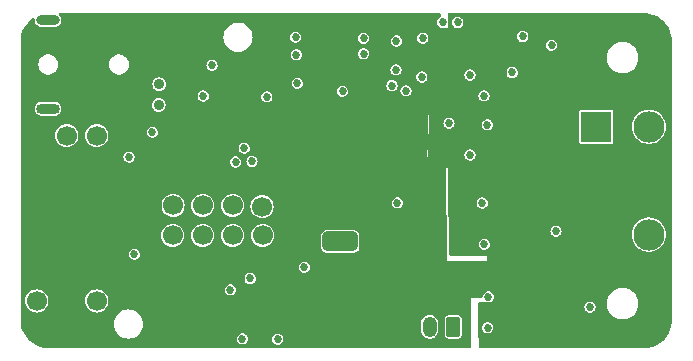
<source format=gbr>
%TF.GenerationSoftware,KiCad,Pcbnew,8.0.4*%
%TF.CreationDate,2025-03-23T22:29:41-04:00*%
%TF.ProjectId,wsg3.0,77736733-2e30-42e6-9b69-6361645f7063,rev?*%
%TF.SameCoordinates,Original*%
%TF.FileFunction,Copper,L2,Inr*%
%TF.FilePolarity,Positive*%
%FSLAX46Y46*%
G04 Gerber Fmt 4.6, Leading zero omitted, Abs format (unit mm)*
G04 Created by KiCad (PCBNEW 8.0.4) date 2025-03-23 22:29:41*
%MOMM*%
%LPD*%
G01*
G04 APERTURE LIST*
G04 Aperture macros list*
%AMRoundRect*
0 Rectangle with rounded corners*
0 $1 Rounding radius*
0 $2 $3 $4 $5 $6 $7 $8 $9 X,Y pos of 4 corners*
0 Add a 4 corners polygon primitive as box body*
4,1,4,$2,$3,$4,$5,$6,$7,$8,$9,$2,$3,0*
0 Add four circle primitives for the rounded corners*
1,1,$1+$1,$2,$3*
1,1,$1+$1,$4,$5*
1,1,$1+$1,$6,$7*
1,1,$1+$1,$8,$9*
0 Add four rect primitives between the rounded corners*
20,1,$1+$1,$2,$3,$4,$5,0*
20,1,$1+$1,$4,$5,$6,$7,0*
20,1,$1+$1,$6,$7,$8,$9,0*
20,1,$1+$1,$8,$9,$2,$3,0*%
G04 Aperture macros list end*
%TA.AperFunction,ComponentPad*%
%ADD10C,1.700000*%
%TD*%
%TA.AperFunction,ComponentPad*%
%ADD11R,2.640000X2.640000*%
%TD*%
%TA.AperFunction,ComponentPad*%
%ADD12C,2.640000*%
%TD*%
%TA.AperFunction,ComponentPad*%
%ADD13RoundRect,0.250000X0.350000X0.625000X-0.350000X0.625000X-0.350000X-0.625000X0.350000X-0.625000X0*%
%TD*%
%TA.AperFunction,ComponentPad*%
%ADD14O,1.200000X1.750000*%
%TD*%
%TA.AperFunction,ComponentPad*%
%ADD15RoundRect,0.425000X-1.075000X-0.425000X1.075000X-0.425000X1.075000X0.425000X-1.075000X0.425000X0*%
%TD*%
%TA.AperFunction,ComponentPad*%
%ADD16O,2.000000X0.822200*%
%TD*%
%TA.AperFunction,ComponentPad*%
%ADD17O,2.000000X0.898400*%
%TD*%
%TA.AperFunction,ViaPad*%
%ADD18C,0.685800*%
%TD*%
%TA.AperFunction,ViaPad*%
%ADD19C,0.889000*%
%TD*%
G04 APERTURE END LIST*
D10*
%TO.N,USB_D-*%
%TO.C,J3*%
X1480000Y-24490000D03*
%TO.N,GNDA*%
X4020000Y-24490000D03*
%TO.N,USB_D+*%
X6560000Y-24490000D03*
%TO.N,GNDA*%
X1480000Y-10490000D03*
%TO.N,5V USB*%
X4020000Y-10490000D03*
%TO.N,Net-(J3-CC)*%
X6560000Y-10490000D03*
%TD*%
D11*
%TO.N,S+*%
%TO.C,J1*%
X48850000Y-9750000D03*
D12*
%TO.N,S-*%
X53300000Y-9750000D03*
%TO.N,Gage Excitation*%
X53300000Y-18870000D03*
%TO.N,GNDA*%
X48850000Y-18870000D03*
%TD*%
D13*
%TO.N,BAT-*%
%TO.C,J4*%
X36740000Y-26670000D03*
D14*
%TO.N,BAT+*%
X34740000Y-26670000D03*
%TD*%
D15*
%TO.N,GNDA*%
%TO.C,U1*%
X27161700Y-16916400D03*
%TO.N,BAT+*%
X27161700Y-19456400D03*
D10*
%TO.N,unconnected-(U1-MTDO-Pad17)*%
X12988500Y-18948400D03*
%TO.N,unconnected-(U1-MTDI-Pad18)*%
X13016500Y-16408400D03*
%TO.N,unconnected-(U1-GND-Pad19)*%
X15528500Y-18948400D03*
%TO.N,unconnected-(U1-EN-Pad20)*%
X15528500Y-16408400D03*
%TO.N,unconnected-(U1-MTCK-Pad21)*%
X18068500Y-18948400D03*
%TO.N,unconnected-(U1-MTMS-Pad22)*%
X18068500Y-16408400D03*
%TO.N,unconnected-(U1-3v3-Pad23)*%
X20608500Y-18948400D03*
%TO.N,unconnected-(U1-BOOT-Pad24)*%
X20551700Y-16501000D03*
%TD*%
D16*
%TO.N,unconnected-(J2-PadMH1)*%
%TO.C,J2*%
X2440000Y-720000D03*
D17*
%TO.N,unconnected-(J2-PadMH2)*%
X2440000Y-8220000D03*
%TD*%
D18*
%TO.N,GNDA*%
X36530000Y-6640000D03*
X35310000Y-6710000D03*
X15860000Y-11530000D03*
X39740000Y-14450000D03*
X26200000Y-3585000D03*
X42550000Y-20590000D03*
X10750000Y-8300000D03*
X11590000Y-3730000D03*
X42100000Y-21720000D03*
X42030000Y-23110000D03*
X11670000Y-2480000D03*
X37280000Y-6290000D03*
X42920000Y-19310000D03*
X23596600Y-4760000D03*
X9540000Y-23580000D03*
X42780000Y-17760000D03*
X43810000Y-2290000D03*
X39660000Y-25370000D03*
X40540000Y-14260000D03*
X39810000Y-13470000D03*
X38490000Y-4136900D03*
X39640000Y-23030000D03*
X39906100Y-5930000D03*
X16590000Y-12600000D03*
X40050000Y-3610000D03*
X14090000Y-950000D03*
X36620000Y-10580000D03*
X17300000Y-11530000D03*
X47950000Y-27790000D03*
%TO.N,5V5*%
X9290000Y-12310000D03*
X16310000Y-4540000D03*
X39370000Y-19700000D03*
X39700000Y-24150000D03*
X39650000Y-26760000D03*
X35850000Y-890000D03*
X39180000Y-16200000D03*
%TO.N,DAC Bias*%
X38150000Y-5360000D03*
X42625000Y-2095000D03*
X38160000Y-12140000D03*
%TO.N,3V3*%
X31913400Y-2480000D03*
X32000000Y-16190000D03*
X19030000Y-11550000D03*
X29150000Y-3560000D03*
X19700000Y-12680000D03*
X29160000Y-2250000D03*
X23440000Y-3640000D03*
X21880000Y-27730000D03*
X18300000Y-12730000D03*
%TO.N,ADC DReady*%
X19540000Y-22590000D03*
X34160000Y-2240000D03*
%TO.N,MISO*%
X23540000Y-6066600D03*
X31884079Y-4925516D03*
%TO.N,CS-ADC*%
X34080000Y-5530000D03*
X24140000Y-21650000D03*
%TO.N,2V5 Lin*%
X45060000Y-2840000D03*
X48310000Y-25010000D03*
%TO.N,5V Lin*%
X41720000Y-5150000D03*
X39610000Y-9580000D03*
X39346900Y-7120000D03*
X45433900Y-18580000D03*
%TO.N,CS-MEM*%
X18870000Y-27700000D03*
X23390000Y-2150000D03*
%TO.N,Net-(PS2-FB)*%
X15560000Y-7140000D03*
X11250000Y-10200000D03*
%TO.N,CS-DAC*%
X36380000Y-9440000D03*
X17860000Y-23550000D03*
%TO.N,Net-(J3-CC)*%
X9730000Y-20530000D03*
D19*
%TO.N,BAT-*%
X11800000Y-7900000D03*
X11832994Y-6132994D03*
D18*
%TO.N,MOSI_ADC*%
X20953012Y-7214053D03*
X31548247Y-6252957D03*
%TO.N,SCLK_ADC*%
X32735000Y-6705000D03*
X27360000Y-6743400D03*
%TO.N,Gage Excitation*%
X37120000Y-910000D03*
%TD*%
%TA.AperFunction,Conductor*%
%TO.N,GNDA*%
G36*
X37980000Y-4919656D02*
G01*
X37952580Y-4927708D01*
X37838788Y-5000838D01*
X37838783Y-5000842D01*
X37750209Y-5103061D01*
X37750203Y-5103071D01*
X37694013Y-5226106D01*
X37694012Y-5226111D01*
X37674763Y-5360000D01*
X37694012Y-5493888D01*
X37694013Y-5493893D01*
X37740571Y-5595838D01*
X37750205Y-5616933D01*
X37750208Y-5616936D01*
X37750209Y-5616938D01*
X37790893Y-5663890D01*
X37838786Y-5719160D01*
X37952579Y-5792291D01*
X37980000Y-5800342D01*
X37980000Y-7290000D01*
X37420464Y-7280654D01*
X37420000Y-6990000D01*
X34720000Y-6940000D01*
X34712028Y-7235420D01*
X33190000Y-7210000D01*
X33191981Y-6831969D01*
X33210237Y-6705000D01*
X33193267Y-6586968D01*
X33198811Y-5530000D01*
X33604763Y-5530000D01*
X33624012Y-5663888D01*
X33624013Y-5663893D01*
X33649254Y-5719161D01*
X33680205Y-5786933D01*
X33680208Y-5786936D01*
X33680209Y-5786938D01*
X33717869Y-5830400D01*
X33768786Y-5889160D01*
X33882579Y-5962291D01*
X33947473Y-5981345D01*
X34012366Y-6000400D01*
X34012367Y-6000400D01*
X34147633Y-6000400D01*
X34277421Y-5962291D01*
X34391214Y-5889160D01*
X34479795Y-5786933D01*
X34535987Y-5663890D01*
X34555237Y-5530000D01*
X34535987Y-5396110D01*
X34535986Y-5396109D01*
X34535986Y-5396106D01*
X34507891Y-5334588D01*
X34479795Y-5273067D01*
X34391214Y-5170840D01*
X34277421Y-5097709D01*
X34277420Y-5097708D01*
X34277419Y-5097708D01*
X34147634Y-5059600D01*
X34147633Y-5059600D01*
X34012367Y-5059600D01*
X34012366Y-5059600D01*
X33882580Y-5097708D01*
X33768788Y-5170838D01*
X33768783Y-5170842D01*
X33680209Y-5273061D01*
X33680203Y-5273071D01*
X33624013Y-5396106D01*
X33624012Y-5396111D01*
X33604763Y-5530000D01*
X33198811Y-5530000D01*
X33216066Y-2240000D01*
X33684763Y-2240000D01*
X33704012Y-2373888D01*
X33704013Y-2373893D01*
X33750571Y-2475838D01*
X33760205Y-2496933D01*
X33848786Y-2599160D01*
X33962579Y-2672291D01*
X34027473Y-2691345D01*
X34092366Y-2710400D01*
X34092367Y-2710400D01*
X34227633Y-2710400D01*
X34357421Y-2672291D01*
X34471214Y-2599160D01*
X34559795Y-2496933D01*
X34615987Y-2373890D01*
X34635237Y-2240000D01*
X34615987Y-2106110D01*
X34615986Y-2106109D01*
X34615986Y-2106106D01*
X34587891Y-2044588D01*
X34559795Y-1983067D01*
X34471214Y-1880840D01*
X34357421Y-1807709D01*
X34357420Y-1807708D01*
X34357419Y-1807708D01*
X34227634Y-1769600D01*
X34227633Y-1769600D01*
X34092367Y-1769600D01*
X34092366Y-1769600D01*
X33962580Y-1807708D01*
X33848788Y-1880838D01*
X33848783Y-1880842D01*
X33760209Y-1983061D01*
X33760203Y-1983071D01*
X33704013Y-2106106D01*
X33704012Y-2106111D01*
X33684763Y-2240000D01*
X33216066Y-2240000D01*
X33220000Y-1490000D01*
X37980000Y-1400000D01*
X37980000Y-4919656D01*
G37*
%TD.AperFunction*%
%TD*%
%TA.AperFunction,Conductor*%
%TO.N,GNDA*%
G36*
X44580000Y-25110000D02*
G01*
X39630000Y-24990000D01*
X39626143Y-24622133D01*
X39662790Y-24622232D01*
X39679515Y-24620400D01*
X39767633Y-24620400D01*
X39897421Y-24582291D01*
X40011214Y-24509160D01*
X40099795Y-24406933D01*
X40155987Y-24283890D01*
X40175237Y-24150000D01*
X40155987Y-24016110D01*
X40155986Y-24016109D01*
X40155986Y-24016106D01*
X40127891Y-23954588D01*
X40099795Y-23893067D01*
X40011214Y-23790840D01*
X39897421Y-23717709D01*
X39897420Y-23717708D01*
X39897419Y-23717708D01*
X39767634Y-23679600D01*
X39767633Y-23679600D01*
X39632367Y-23679600D01*
X39632363Y-23679600D01*
X39616313Y-23684312D01*
X39580000Y-20220000D01*
X44590000Y-20160000D01*
X44580000Y-25110000D01*
G37*
%TD.AperFunction*%
%TD*%
%TA.AperFunction,Conductor*%
%TO.N,GNDA*%
G36*
X52835736Y-100726D02*
G01*
X53118567Y-117834D01*
X53133424Y-119638D01*
X53408436Y-170035D01*
X53422972Y-173618D01*
X53689898Y-256796D01*
X53703891Y-262103D01*
X53958859Y-376854D01*
X53972105Y-383807D01*
X54211381Y-528454D01*
X54223692Y-536952D01*
X54443786Y-709384D01*
X54454994Y-719314D01*
X54652685Y-917005D01*
X54662615Y-928213D01*
X54753244Y-1043893D01*
X54835043Y-1148301D01*
X54843549Y-1160624D01*
X54988189Y-1399888D01*
X54995148Y-1413147D01*
X55109895Y-1668105D01*
X55115204Y-1682105D01*
X55198380Y-1949025D01*
X55201964Y-1963565D01*
X55252360Y-2238571D01*
X55254165Y-2253435D01*
X55271274Y-2536263D01*
X55271500Y-2543750D01*
X55271500Y-26062999D01*
X55271274Y-26070486D01*
X55254165Y-26353314D01*
X55252360Y-26368178D01*
X55201964Y-26643184D01*
X55198380Y-26657724D01*
X55115204Y-26924644D01*
X55109895Y-26938644D01*
X54995148Y-27193602D01*
X54988189Y-27206861D01*
X54843549Y-27446125D01*
X54835043Y-27458448D01*
X54662615Y-27678536D01*
X54652685Y-27689744D01*
X54454994Y-27887435D01*
X54443786Y-27897365D01*
X54223698Y-28069793D01*
X54211375Y-28078299D01*
X53972111Y-28222939D01*
X53958852Y-28229898D01*
X53703894Y-28344645D01*
X53689894Y-28349954D01*
X53422974Y-28433130D01*
X53408434Y-28436714D01*
X53133428Y-28487110D01*
X53118564Y-28488915D01*
X52835736Y-28506024D01*
X52828249Y-28506250D01*
X39009240Y-28506250D01*
X38942201Y-28486565D01*
X38896446Y-28433761D01*
X38885253Y-28384070D01*
X38861413Y-26760000D01*
X39174763Y-26760000D01*
X39194012Y-26893888D01*
X39194013Y-26893893D01*
X39240571Y-26995838D01*
X39250205Y-27016933D01*
X39338786Y-27119160D01*
X39452579Y-27192291D01*
X39480339Y-27200442D01*
X39582366Y-27230400D01*
X39582367Y-27230400D01*
X39717633Y-27230400D01*
X39847421Y-27192291D01*
X39961214Y-27119160D01*
X40049795Y-27016933D01*
X40105987Y-26893890D01*
X40125237Y-26760000D01*
X40105987Y-26626110D01*
X40105986Y-26626109D01*
X40105986Y-26626106D01*
X40077891Y-26564588D01*
X40049795Y-26503067D01*
X39961214Y-26400840D01*
X39847421Y-26327709D01*
X39847420Y-26327708D01*
X39847419Y-26327708D01*
X39717634Y-26289600D01*
X39717633Y-26289600D01*
X39582367Y-26289600D01*
X39582366Y-26289600D01*
X39452580Y-26327708D01*
X39338788Y-26400838D01*
X39338783Y-26400842D01*
X39250209Y-26503061D01*
X39250203Y-26503071D01*
X39194013Y-26626106D01*
X39194012Y-26626111D01*
X39174763Y-26760000D01*
X38861413Y-26760000D01*
X38841762Y-25421334D01*
X38831851Y-24746155D01*
X38850550Y-24678837D01*
X38902677Y-24632312D01*
X38956168Y-24620338D01*
X39626143Y-24622134D01*
X39630000Y-24990000D01*
X44580000Y-25110000D01*
X44580202Y-25010000D01*
X47834763Y-25010000D01*
X47854012Y-25143888D01*
X47854013Y-25143893D01*
X47900571Y-25245838D01*
X47910205Y-25266933D01*
X47998786Y-25369160D01*
X48112579Y-25442291D01*
X48177473Y-25461345D01*
X48242366Y-25480400D01*
X48242367Y-25480400D01*
X48377633Y-25480400D01*
X48507421Y-25442291D01*
X48621214Y-25369160D01*
X48709795Y-25266933D01*
X48765987Y-25143890D01*
X48785237Y-25010000D01*
X48765987Y-24876110D01*
X48765986Y-24876109D01*
X48765986Y-24876106D01*
X48737891Y-24814588D01*
X48709795Y-24753067D01*
X48621214Y-24650840D01*
X48572108Y-24619281D01*
X49742500Y-24619281D01*
X49742500Y-24828718D01*
X49775261Y-25035560D01*
X49839975Y-25234732D01*
X49935054Y-25421334D01*
X50058152Y-25590762D01*
X50206238Y-25738848D01*
X50375666Y-25861946D01*
X50520605Y-25935796D01*
X50562267Y-25957024D01*
X50661853Y-25989381D01*
X50761441Y-26021739D01*
X50857240Y-26036912D01*
X50968282Y-26054500D01*
X50968287Y-26054500D01*
X51177718Y-26054500D01*
X51277992Y-26038617D01*
X51384559Y-26021739D01*
X51583735Y-25957023D01*
X51770334Y-25861946D01*
X51939762Y-25738848D01*
X52087848Y-25590762D01*
X52210946Y-25421334D01*
X52306023Y-25234735D01*
X52370739Y-25035559D01*
X52395993Y-24876111D01*
X52403500Y-24828718D01*
X52403500Y-24619281D01*
X52384440Y-24498951D01*
X52370739Y-24412441D01*
X52306023Y-24213265D01*
X52210946Y-24026666D01*
X52087848Y-23857238D01*
X51939762Y-23709152D01*
X51770334Y-23586054D01*
X51583732Y-23490975D01*
X51384560Y-23426261D01*
X51177718Y-23393500D01*
X51177713Y-23393500D01*
X50968287Y-23393500D01*
X50968282Y-23393500D01*
X50761439Y-23426261D01*
X50562267Y-23490975D01*
X50375665Y-23586054D01*
X50206236Y-23709153D01*
X50058153Y-23857236D01*
X49935054Y-24026665D01*
X49839975Y-24213267D01*
X49775261Y-24412439D01*
X49742500Y-24619281D01*
X48572108Y-24619281D01*
X48507421Y-24577709D01*
X48507420Y-24577708D01*
X48507419Y-24577708D01*
X48377634Y-24539600D01*
X48377633Y-24539600D01*
X48242367Y-24539600D01*
X48242366Y-24539600D01*
X48112580Y-24577708D01*
X47998788Y-24650838D01*
X47998783Y-24650842D01*
X47910209Y-24753061D01*
X47910203Y-24753071D01*
X47854013Y-24876106D01*
X47854012Y-24876111D01*
X47834763Y-25010000D01*
X44580202Y-25010000D01*
X44590000Y-20160000D01*
X39580000Y-20220000D01*
X39584985Y-20695647D01*
X39584984Y-20695646D01*
X36499886Y-20660611D01*
X36433074Y-20640166D01*
X36387922Y-20586846D01*
X36377309Y-20538544D01*
X36364308Y-19700000D01*
X38894763Y-19700000D01*
X38914012Y-19833888D01*
X38914013Y-19833893D01*
X38960571Y-19935838D01*
X38970205Y-19956933D01*
X39058786Y-20059160D01*
X39172579Y-20132291D01*
X39237473Y-20151345D01*
X39302366Y-20170400D01*
X39302367Y-20170400D01*
X39437633Y-20170400D01*
X39567421Y-20132291D01*
X39681214Y-20059160D01*
X39769795Y-19956933D01*
X39825987Y-19833890D01*
X39845237Y-19700000D01*
X39825987Y-19566110D01*
X39825986Y-19566109D01*
X39825986Y-19566106D01*
X39797891Y-19504588D01*
X39769795Y-19443067D01*
X39681214Y-19340840D01*
X39567421Y-19267709D01*
X39567420Y-19267708D01*
X39567419Y-19267708D01*
X39437634Y-19229600D01*
X39437633Y-19229600D01*
X39302367Y-19229600D01*
X39302366Y-19229600D01*
X39172580Y-19267708D01*
X39058788Y-19340838D01*
X39058783Y-19340842D01*
X38970209Y-19443061D01*
X38970203Y-19443071D01*
X38914013Y-19566106D01*
X38914012Y-19566111D01*
X38894763Y-19700000D01*
X36364308Y-19700000D01*
X36346944Y-18580000D01*
X44958663Y-18580000D01*
X44977912Y-18713888D01*
X44977913Y-18713893D01*
X45024471Y-18815838D01*
X45034105Y-18836933D01*
X45034108Y-18836936D01*
X45034109Y-18836938D01*
X45062752Y-18869994D01*
X45122686Y-18939160D01*
X45236479Y-19012291D01*
X45301373Y-19031345D01*
X45366266Y-19050400D01*
X45366267Y-19050400D01*
X45501533Y-19050400D01*
X45631321Y-19012291D01*
X45745114Y-18939160D01*
X45805047Y-18869994D01*
X51847539Y-18869994D01*
X51847539Y-18870005D01*
X51867348Y-19109063D01*
X51926237Y-19341613D01*
X52022598Y-19561294D01*
X52153801Y-19762117D01*
X52316277Y-19938612D01*
X52316281Y-19938615D01*
X52471153Y-20059157D01*
X52505579Y-20085952D01*
X52505581Y-20085953D01*
X52505584Y-20085955D01*
X52591206Y-20132291D01*
X52716553Y-20200125D01*
X52829997Y-20239070D01*
X52943438Y-20278015D01*
X52943440Y-20278015D01*
X52943442Y-20278016D01*
X53180057Y-20317500D01*
X53180058Y-20317500D01*
X53419942Y-20317500D01*
X53419943Y-20317500D01*
X53656558Y-20278016D01*
X53883447Y-20200125D01*
X54094421Y-20085952D01*
X54283725Y-19938610D01*
X54446196Y-19762120D01*
X54577401Y-19561295D01*
X54673763Y-19341613D01*
X54732651Y-19109067D01*
X54746730Y-18939160D01*
X54752461Y-18870005D01*
X54752461Y-18869994D01*
X54732651Y-18630936D01*
X54732651Y-18630933D01*
X54673763Y-18398387D01*
X54577401Y-18178705D01*
X54532253Y-18109600D01*
X54446198Y-17977882D01*
X54283722Y-17801387D01*
X54283718Y-17801384D01*
X54094424Y-17654050D01*
X54094415Y-17654044D01*
X53883453Y-17539878D01*
X53883450Y-17539876D01*
X53883447Y-17539875D01*
X53883444Y-17539874D01*
X53883442Y-17539873D01*
X53656561Y-17461984D01*
X53479096Y-17432371D01*
X53419943Y-17422500D01*
X53180057Y-17422500D01*
X53132734Y-17430396D01*
X52943438Y-17461984D01*
X52716557Y-17539873D01*
X52716546Y-17539878D01*
X52505584Y-17654044D01*
X52505575Y-17654050D01*
X52316281Y-17801384D01*
X52316277Y-17801387D01*
X52153801Y-17977882D01*
X52022598Y-18178705D01*
X51926237Y-18398386D01*
X51867348Y-18630936D01*
X51847539Y-18869994D01*
X45805047Y-18869994D01*
X45833695Y-18836933D01*
X45889887Y-18713890D01*
X45909137Y-18580000D01*
X45889887Y-18446110D01*
X45889886Y-18446109D01*
X45889886Y-18446106D01*
X45861791Y-18384588D01*
X45833695Y-18323067D01*
X45745114Y-18220840D01*
X45631321Y-18147709D01*
X45631320Y-18147708D01*
X45631319Y-18147708D01*
X45501534Y-18109600D01*
X45501533Y-18109600D01*
X45366267Y-18109600D01*
X45366266Y-18109600D01*
X45236480Y-18147708D01*
X45122688Y-18220838D01*
X45122683Y-18220842D01*
X45034109Y-18323061D01*
X45034103Y-18323071D01*
X44977913Y-18446106D01*
X44977912Y-18446111D01*
X44958663Y-18580000D01*
X36346944Y-18580000D01*
X36310045Y-16200000D01*
X38704763Y-16200000D01*
X38724012Y-16333888D01*
X38724013Y-16333893D01*
X38770571Y-16435838D01*
X38780205Y-16456933D01*
X38868786Y-16559160D01*
X38982579Y-16632291D01*
X39047473Y-16651345D01*
X39112366Y-16670400D01*
X39112367Y-16670400D01*
X39247633Y-16670400D01*
X39377421Y-16632291D01*
X39491214Y-16559160D01*
X39579795Y-16456933D01*
X39635987Y-16333890D01*
X39655237Y-16200000D01*
X39635987Y-16066110D01*
X39635986Y-16066109D01*
X39635986Y-16066106D01*
X39607891Y-16004588D01*
X39579795Y-15943067D01*
X39491214Y-15840840D01*
X39377421Y-15767709D01*
X39377420Y-15767708D01*
X39377419Y-15767708D01*
X39247634Y-15729600D01*
X39247633Y-15729600D01*
X39112367Y-15729600D01*
X39112366Y-15729600D01*
X38982580Y-15767708D01*
X38868788Y-15840838D01*
X38868783Y-15840842D01*
X38780209Y-15943061D01*
X38780203Y-15943071D01*
X38724013Y-16066106D01*
X38724012Y-16066111D01*
X38704763Y-16200000D01*
X36310045Y-16200000D01*
X36264246Y-13245952D01*
X37430000Y-13250000D01*
X37428227Y-12140000D01*
X37684763Y-12140000D01*
X37704012Y-12273888D01*
X37704013Y-12273893D01*
X37750571Y-12375838D01*
X37760205Y-12396933D01*
X37848786Y-12499160D01*
X37962579Y-12572291D01*
X38027473Y-12591345D01*
X38092366Y-12610400D01*
X38092367Y-12610400D01*
X38227633Y-12610400D01*
X38357421Y-12572291D01*
X38471214Y-12499160D01*
X38559795Y-12396933D01*
X38615987Y-12273890D01*
X38635237Y-12140000D01*
X38615987Y-12006110D01*
X38615986Y-12006109D01*
X38615986Y-12006106D01*
X38587891Y-11944588D01*
X38559795Y-11883067D01*
X38471214Y-11780840D01*
X38357421Y-11707709D01*
X38357420Y-11707708D01*
X38357419Y-11707708D01*
X38227634Y-11669600D01*
X38227633Y-11669600D01*
X38092367Y-11669600D01*
X38092366Y-11669600D01*
X37962580Y-11707708D01*
X37848788Y-11780838D01*
X37848783Y-11780842D01*
X37760209Y-11883061D01*
X37760203Y-11883071D01*
X37704013Y-12006106D01*
X37704012Y-12006111D01*
X37684763Y-12140000D01*
X37428227Y-12140000D01*
X37424137Y-9580000D01*
X39134763Y-9580000D01*
X39154012Y-9713888D01*
X39154013Y-9713893D01*
X39200571Y-9815838D01*
X39210205Y-9836933D01*
X39298786Y-9939160D01*
X39412579Y-10012291D01*
X39477473Y-10031345D01*
X39542366Y-10050400D01*
X39542367Y-10050400D01*
X39677633Y-10050400D01*
X39807421Y-10012291D01*
X39921214Y-9939160D01*
X40009795Y-9836933D01*
X40065987Y-9713890D01*
X40085237Y-9580000D01*
X40065987Y-9446110D01*
X40065986Y-9446109D01*
X40065986Y-9446106D01*
X40037891Y-9384588D01*
X40009795Y-9323067D01*
X40009790Y-9323061D01*
X39921216Y-9220842D01*
X39921211Y-9220838D01*
X39898283Y-9206103D01*
X39807421Y-9147709D01*
X39807420Y-9147708D01*
X39807419Y-9147708D01*
X39677634Y-9109600D01*
X39677633Y-9109600D01*
X39542367Y-9109600D01*
X39542366Y-9109600D01*
X39412580Y-9147708D01*
X39298788Y-9220838D01*
X39298783Y-9220842D01*
X39210209Y-9323061D01*
X39210203Y-9323071D01*
X39154013Y-9446106D01*
X39154012Y-9446111D01*
X39134763Y-9580000D01*
X37424137Y-9580000D01*
X37422280Y-8417441D01*
X47402500Y-8417441D01*
X47402500Y-11082558D01*
X47409898Y-11119749D01*
X47438077Y-11161922D01*
X47480250Y-11190101D01*
X47480252Y-11190102D01*
X47508205Y-11195662D01*
X47517441Y-11197500D01*
X47517442Y-11197500D01*
X50182559Y-11197500D01*
X50189957Y-11196028D01*
X50219748Y-11190102D01*
X50261922Y-11161922D01*
X50290102Y-11119748D01*
X50297500Y-11082558D01*
X50297500Y-9749994D01*
X51847539Y-9749994D01*
X51847539Y-9750005D01*
X51867348Y-9989063D01*
X51926237Y-10221613D01*
X52022598Y-10441294D01*
X52153801Y-10642117D01*
X52316277Y-10818612D01*
X52316281Y-10818615D01*
X52505579Y-10965952D01*
X52505581Y-10965953D01*
X52505584Y-10965955D01*
X52628231Y-11032328D01*
X52716553Y-11080125D01*
X52829997Y-11119070D01*
X52943438Y-11158015D01*
X52943440Y-11158015D01*
X52943442Y-11158016D01*
X53180057Y-11197500D01*
X53180058Y-11197500D01*
X53419942Y-11197500D01*
X53419943Y-11197500D01*
X53656558Y-11158016D01*
X53883447Y-11080125D01*
X54094421Y-10965952D01*
X54283725Y-10818610D01*
X54446196Y-10642120D01*
X54577401Y-10441295D01*
X54673763Y-10221613D01*
X54732651Y-9989067D01*
X54745257Y-9836938D01*
X54752461Y-9750005D01*
X54752461Y-9749994D01*
X54732651Y-9510936D01*
X54732651Y-9510933D01*
X54673763Y-9278387D01*
X54577401Y-9058705D01*
X54519186Y-8969600D01*
X54446198Y-8857882D01*
X54283722Y-8681387D01*
X54283718Y-8681384D01*
X54094424Y-8534050D01*
X54094415Y-8534044D01*
X53883453Y-8419878D01*
X53883450Y-8419876D01*
X53883447Y-8419875D01*
X53883444Y-8419874D01*
X53883442Y-8419873D01*
X53656561Y-8341984D01*
X53464277Y-8309898D01*
X53419943Y-8302500D01*
X53180057Y-8302500D01*
X53135723Y-8309898D01*
X52943438Y-8341984D01*
X52716557Y-8419873D01*
X52716546Y-8419878D01*
X52505584Y-8534044D01*
X52505575Y-8534050D01*
X52316281Y-8681384D01*
X52316277Y-8681387D01*
X52153801Y-8857882D01*
X52022598Y-9058705D01*
X51926237Y-9278386D01*
X51867348Y-9510936D01*
X51847539Y-9749994D01*
X50297500Y-9749994D01*
X50297500Y-8417442D01*
X50290102Y-8380252D01*
X50290101Y-8380250D01*
X50261922Y-8338077D01*
X50219749Y-8309898D01*
X50182559Y-8302500D01*
X50182558Y-8302500D01*
X47517442Y-8302500D01*
X47517441Y-8302500D01*
X47480250Y-8309898D01*
X47438077Y-8338077D01*
X47409898Y-8380250D01*
X47402500Y-8417441D01*
X37422280Y-8417441D01*
X37420464Y-7280654D01*
X37980000Y-7290000D01*
X37980000Y-7120000D01*
X38871663Y-7120000D01*
X38890912Y-7253888D01*
X38890913Y-7253893D01*
X38937471Y-7355838D01*
X38947105Y-7376933D01*
X39035686Y-7479160D01*
X39149479Y-7552291D01*
X39214373Y-7571345D01*
X39279266Y-7590400D01*
X39279267Y-7590400D01*
X39414533Y-7590400D01*
X39544321Y-7552291D01*
X39658114Y-7479160D01*
X39746695Y-7376933D01*
X39802887Y-7253890D01*
X39822137Y-7120000D01*
X39802887Y-6986110D01*
X39802886Y-6986109D01*
X39802886Y-6986106D01*
X39774791Y-6924588D01*
X39746695Y-6863067D01*
X39658114Y-6760840D01*
X39544321Y-6687709D01*
X39544320Y-6687708D01*
X39544319Y-6687708D01*
X39414534Y-6649600D01*
X39414533Y-6649600D01*
X39279267Y-6649600D01*
X39279266Y-6649600D01*
X39149480Y-6687708D01*
X39035688Y-6760838D01*
X39035683Y-6760842D01*
X38947109Y-6863061D01*
X38947103Y-6863071D01*
X38890913Y-6986106D01*
X38890912Y-6986111D01*
X38871663Y-7120000D01*
X37980000Y-7120000D01*
X37980000Y-5800342D01*
X38017473Y-5811345D01*
X38082366Y-5830400D01*
X38082367Y-5830400D01*
X38217633Y-5830400D01*
X38347421Y-5792291D01*
X38461214Y-5719160D01*
X38549795Y-5616933D01*
X38599013Y-5509161D01*
X38605986Y-5493893D01*
X38605987Y-5493888D01*
X38625237Y-5360000D01*
X38605987Y-5226110D01*
X38605986Y-5226109D01*
X38605986Y-5226106D01*
X38577891Y-5164588D01*
X38571229Y-5150000D01*
X41244763Y-5150000D01*
X41264012Y-5283888D01*
X41264013Y-5283893D01*
X41298771Y-5360000D01*
X41320205Y-5406933D01*
X41320208Y-5406936D01*
X41320209Y-5406938D01*
X41395552Y-5493888D01*
X41408786Y-5509160D01*
X41522579Y-5582291D01*
X41587473Y-5601345D01*
X41652366Y-5620400D01*
X41652367Y-5620400D01*
X41787633Y-5620400D01*
X41917421Y-5582291D01*
X42031214Y-5509160D01*
X42119795Y-5406933D01*
X42175987Y-5283890D01*
X42195237Y-5150000D01*
X42175987Y-5016110D01*
X42175986Y-5016109D01*
X42175986Y-5016106D01*
X42147891Y-4954588D01*
X42119795Y-4893067D01*
X42031214Y-4790840D01*
X41917421Y-4717709D01*
X41917420Y-4717708D01*
X41917419Y-4717708D01*
X41787634Y-4679600D01*
X41787633Y-4679600D01*
X41652367Y-4679600D01*
X41652366Y-4679600D01*
X41522580Y-4717708D01*
X41408788Y-4790838D01*
X41408783Y-4790842D01*
X41320209Y-4893061D01*
X41320203Y-4893071D01*
X41264013Y-5016106D01*
X41264012Y-5016111D01*
X41244763Y-5150000D01*
X38571229Y-5150000D01*
X38549795Y-5103067D01*
X38461214Y-5000840D01*
X38347421Y-4927709D01*
X38347420Y-4927708D01*
X38347419Y-4927708D01*
X38217634Y-4889600D01*
X38217633Y-4889600D01*
X38082367Y-4889600D01*
X38082366Y-4889600D01*
X37980000Y-4919656D01*
X37980000Y-3789281D01*
X49742500Y-3789281D01*
X49742500Y-3998718D01*
X49775261Y-4205560D01*
X49839975Y-4404732D01*
X49839977Y-4404735D01*
X49935054Y-4591334D01*
X50058152Y-4760762D01*
X50206238Y-4908848D01*
X50375666Y-5031946D01*
X50515237Y-5103061D01*
X50562267Y-5127024D01*
X50632981Y-5150000D01*
X50761441Y-5191739D01*
X50857240Y-5206912D01*
X50968282Y-5224500D01*
X50968287Y-5224500D01*
X51177718Y-5224500D01*
X51277992Y-5208617D01*
X51384559Y-5191739D01*
X51583735Y-5127023D01*
X51770334Y-5031946D01*
X51939762Y-4908848D01*
X52087848Y-4760762D01*
X52210946Y-4591334D01*
X52306023Y-4404735D01*
X52370739Y-4205559D01*
X52387617Y-4098992D01*
X52403500Y-3998718D01*
X52403500Y-3789281D01*
X52384440Y-3668951D01*
X52370739Y-3582441D01*
X52306023Y-3383265D01*
X52210946Y-3196666D01*
X52087848Y-3027238D01*
X51939762Y-2879152D01*
X51770334Y-2756054D01*
X51583732Y-2660975D01*
X51384560Y-2596261D01*
X51177718Y-2563500D01*
X51177713Y-2563500D01*
X50968287Y-2563500D01*
X50968282Y-2563500D01*
X50761439Y-2596261D01*
X50562267Y-2660975D01*
X50375665Y-2756054D01*
X50206236Y-2879153D01*
X50058153Y-3027236D01*
X49935054Y-3196665D01*
X49839975Y-3383267D01*
X49775261Y-3582439D01*
X49742500Y-3789281D01*
X37980000Y-3789281D01*
X37980000Y-2840000D01*
X44584763Y-2840000D01*
X44604012Y-2973888D01*
X44604013Y-2973893D01*
X44628375Y-3027236D01*
X44660205Y-3096933D01*
X44748786Y-3199160D01*
X44862579Y-3272291D01*
X44927473Y-3291345D01*
X44992366Y-3310400D01*
X44992367Y-3310400D01*
X45127633Y-3310400D01*
X45257421Y-3272291D01*
X45371214Y-3199160D01*
X45459795Y-3096933D01*
X45515987Y-2973890D01*
X45535237Y-2840000D01*
X45515987Y-2706110D01*
X45515986Y-2706109D01*
X45515986Y-2706106D01*
X45487891Y-2644588D01*
X45459795Y-2583067D01*
X45459790Y-2583061D01*
X45371216Y-2480842D01*
X45371211Y-2480838D01*
X45257419Y-2407708D01*
X45127634Y-2369600D01*
X45127633Y-2369600D01*
X44992367Y-2369600D01*
X44992366Y-2369600D01*
X44862580Y-2407708D01*
X44748788Y-2480838D01*
X44748783Y-2480842D01*
X44660209Y-2583061D01*
X44660203Y-2583071D01*
X44604013Y-2706106D01*
X44604012Y-2706111D01*
X44584763Y-2840000D01*
X37980000Y-2840000D01*
X37980000Y-2095000D01*
X42149763Y-2095000D01*
X42169012Y-2228888D01*
X42169013Y-2228893D01*
X42215571Y-2330838D01*
X42225205Y-2351933D01*
X42225208Y-2351936D01*
X42225209Y-2351938D01*
X42273535Y-2407709D01*
X42313786Y-2454160D01*
X42427579Y-2527291D01*
X42492473Y-2546345D01*
X42557366Y-2565400D01*
X42557367Y-2565400D01*
X42692633Y-2565400D01*
X42822421Y-2527291D01*
X42936214Y-2454160D01*
X43024795Y-2351933D01*
X43069778Y-2253435D01*
X43080986Y-2228893D01*
X43080987Y-2228888D01*
X43100237Y-2095000D01*
X43080987Y-1961110D01*
X43080986Y-1961109D01*
X43080986Y-1961106D01*
X43052891Y-1899588D01*
X43024795Y-1838067D01*
X42936214Y-1735840D01*
X42822421Y-1662709D01*
X42822420Y-1662708D01*
X42822419Y-1662708D01*
X42692634Y-1624600D01*
X42692633Y-1624600D01*
X42557367Y-1624600D01*
X42557366Y-1624600D01*
X42427580Y-1662708D01*
X42313788Y-1735838D01*
X42313783Y-1735842D01*
X42225209Y-1838061D01*
X42225203Y-1838071D01*
X42169013Y-1961106D01*
X42169012Y-1961111D01*
X42149763Y-2095000D01*
X37980000Y-2095000D01*
X37980000Y-1400000D01*
X36268961Y-1432351D01*
X36275590Y-1114891D01*
X36286768Y-1065972D01*
X36305987Y-1023890D01*
X36322362Y-910000D01*
X36644763Y-910000D01*
X36664012Y-1043888D01*
X36664013Y-1043893D01*
X36696438Y-1114891D01*
X36720205Y-1166933D01*
X36720208Y-1166936D01*
X36720209Y-1166938D01*
X36801479Y-1260728D01*
X36808786Y-1269160D01*
X36922579Y-1342291D01*
X36984253Y-1360400D01*
X37052366Y-1380400D01*
X37052367Y-1380400D01*
X37187633Y-1380400D01*
X37317421Y-1342291D01*
X37431214Y-1269160D01*
X37519795Y-1166933D01*
X37575987Y-1043890D01*
X37595237Y-910000D01*
X37575987Y-776110D01*
X37575986Y-776109D01*
X37575986Y-776106D01*
X37532013Y-679821D01*
X37519795Y-653067D01*
X37502465Y-633067D01*
X37431216Y-550842D01*
X37431211Y-550838D01*
X37317419Y-477708D01*
X37187634Y-439600D01*
X37187633Y-439600D01*
X37052367Y-439600D01*
X37052366Y-439600D01*
X36922580Y-477708D01*
X36808788Y-550838D01*
X36808783Y-550842D01*
X36720209Y-653061D01*
X36720203Y-653071D01*
X36664013Y-776106D01*
X36664012Y-776111D01*
X36644763Y-910000D01*
X36322362Y-910000D01*
X36325237Y-890000D01*
X36305987Y-756110D01*
X36295851Y-733917D01*
X36284673Y-679821D01*
X36293396Y-262104D01*
X36294235Y-221911D01*
X36315315Y-155297D01*
X36369063Y-110655D01*
X36418208Y-100500D01*
X52805071Y-100500D01*
X52828249Y-100500D01*
X52835736Y-100726D01*
G37*
%TD.AperFunction*%
%TD*%
%TA.AperFunction,Conductor*%
%TO.N,GNDA*%
G36*
X35628237Y-120185D02*
G01*
X35673992Y-172989D01*
X35685196Y-223717D01*
X35686105Y-367668D01*
X35666844Y-434830D01*
X35629148Y-472765D01*
X35538790Y-530836D01*
X35538783Y-530842D01*
X35450209Y-633061D01*
X35450203Y-633071D01*
X35394013Y-756106D01*
X35394012Y-756111D01*
X35374763Y-890000D01*
X35394012Y-1023888D01*
X35394013Y-1023893D01*
X35423817Y-1089152D01*
X35450205Y-1146933D01*
X35450208Y-1146936D01*
X35450209Y-1146938D01*
X35515160Y-1221895D01*
X35538786Y-1249160D01*
X35538788Y-1249161D01*
X35635770Y-1311489D01*
X35681525Y-1364293D01*
X35692728Y-1415017D01*
X35692906Y-1443242D01*
X35692906Y-1443241D01*
X35692907Y-1443243D01*
X33220000Y-1490000D01*
X33193267Y-6586972D01*
X33190987Y-6571110D01*
X33190986Y-6571109D01*
X33190986Y-6571106D01*
X33162891Y-6509588D01*
X33134795Y-6448067D01*
X33115463Y-6425757D01*
X33046216Y-6345842D01*
X33046211Y-6345838D01*
X32947374Y-6282319D01*
X32932421Y-6272709D01*
X32932420Y-6272708D01*
X32932419Y-6272708D01*
X32802634Y-6234600D01*
X32802633Y-6234600D01*
X32667367Y-6234600D01*
X32667366Y-6234600D01*
X32537580Y-6272708D01*
X32423788Y-6345838D01*
X32423783Y-6345842D01*
X32335209Y-6448061D01*
X32335203Y-6448071D01*
X32279013Y-6571106D01*
X32279012Y-6571111D01*
X32259763Y-6705000D01*
X32279012Y-6838888D01*
X32279013Y-6838893D01*
X32325571Y-6940838D01*
X32335205Y-6961933D01*
X32335208Y-6961936D01*
X32335209Y-6961938D01*
X32373485Y-7006111D01*
X32423786Y-7064160D01*
X32537579Y-7137291D01*
X32602473Y-7156345D01*
X32667366Y-7175400D01*
X32667367Y-7175400D01*
X32802633Y-7175400D01*
X32932421Y-7137291D01*
X33046214Y-7064160D01*
X33134795Y-6961933D01*
X33190987Y-6838890D01*
X33191982Y-6831964D01*
X33190000Y-7210000D01*
X34712028Y-7235419D01*
X34550000Y-13240000D01*
X36139729Y-13245519D01*
X36139729Y-13245520D01*
X36179999Y-21089998D01*
X36180000Y-21090000D01*
X39589576Y-21133572D01*
X39616313Y-23684313D01*
X39502580Y-23717708D01*
X39388788Y-23790838D01*
X39388783Y-23790842D01*
X39300209Y-23893061D01*
X39300203Y-23893071D01*
X39244013Y-24016106D01*
X39244012Y-24016111D01*
X39231792Y-24101106D01*
X39202767Y-24164662D01*
X39143988Y-24202436D01*
X39112123Y-24207421D01*
X38200000Y-24229999D01*
X38199999Y-24230000D01*
X38233613Y-28381246D01*
X38214472Y-28448443D01*
X38162040Y-28494624D01*
X38109617Y-28506250D01*
X2543751Y-28506250D01*
X2536264Y-28506024D01*
X2253435Y-28488915D01*
X2238571Y-28487110D01*
X1963565Y-28436714D01*
X1949025Y-28433130D01*
X1682105Y-28349954D01*
X1668105Y-28344645D01*
X1413147Y-28229898D01*
X1399888Y-28222939D01*
X1178592Y-28089161D01*
X1160621Y-28078297D01*
X1148301Y-28069793D01*
X1134730Y-28059161D01*
X928213Y-27897365D01*
X917005Y-27887435D01*
X729570Y-27700000D01*
X18394763Y-27700000D01*
X18414012Y-27833888D01*
X18414013Y-27833893D01*
X18443001Y-27897365D01*
X18470205Y-27956933D01*
X18470208Y-27956936D01*
X18470209Y-27956938D01*
X18496204Y-27986938D01*
X18558786Y-28059160D01*
X18672579Y-28132291D01*
X18737473Y-28151345D01*
X18802366Y-28170400D01*
X18802367Y-28170400D01*
X18937633Y-28170400D01*
X19067421Y-28132291D01*
X19181214Y-28059160D01*
X19269795Y-27956933D01*
X19325987Y-27833890D01*
X19340924Y-27730000D01*
X21404763Y-27730000D01*
X21424012Y-27863888D01*
X21424013Y-27863893D01*
X21466502Y-27956928D01*
X21480205Y-27986933D01*
X21480208Y-27986936D01*
X21480209Y-27986938D01*
X21559374Y-28078299D01*
X21568786Y-28089160D01*
X21682579Y-28162291D01*
X21710196Y-28170400D01*
X21812366Y-28200400D01*
X21812367Y-28200400D01*
X21947633Y-28200400D01*
X22077421Y-28162291D01*
X22191214Y-28089160D01*
X22279795Y-27986933D01*
X22335987Y-27863890D01*
X22355237Y-27730000D01*
X22335987Y-27596110D01*
X22335986Y-27596109D01*
X22335986Y-27596106D01*
X22307891Y-27534588D01*
X22279795Y-27473067D01*
X22279790Y-27473061D01*
X22191216Y-27370842D01*
X22191211Y-27370838D01*
X22144537Y-27340842D01*
X22077421Y-27297709D01*
X22077420Y-27297708D01*
X22077419Y-27297708D01*
X21947634Y-27259600D01*
X21947633Y-27259600D01*
X21812367Y-27259600D01*
X21812366Y-27259600D01*
X21682580Y-27297708D01*
X21568788Y-27370838D01*
X21568783Y-27370842D01*
X21480209Y-27473061D01*
X21480203Y-27473071D01*
X21424013Y-27596106D01*
X21424012Y-27596111D01*
X21404763Y-27730000D01*
X19340924Y-27730000D01*
X19345237Y-27700000D01*
X19325987Y-27566110D01*
X19325986Y-27566109D01*
X19325986Y-27566106D01*
X19283497Y-27473071D01*
X19269795Y-27443067D01*
X19240065Y-27408757D01*
X19181216Y-27340842D01*
X19181211Y-27340838D01*
X19101493Y-27289606D01*
X19067421Y-27267709D01*
X19067420Y-27267708D01*
X19067419Y-27267708D01*
X18937634Y-27229600D01*
X18937633Y-27229600D01*
X18802367Y-27229600D01*
X18802366Y-27229600D01*
X18672580Y-27267708D01*
X18558788Y-27340838D01*
X18558783Y-27340842D01*
X18470209Y-27443061D01*
X18470203Y-27443071D01*
X18414013Y-27566106D01*
X18414012Y-27566111D01*
X18394763Y-27700000D01*
X729570Y-27700000D01*
X719314Y-27689744D01*
X709384Y-27678536D01*
X696279Y-27661809D01*
X536952Y-27458442D01*
X528454Y-27446131D01*
X383807Y-27206855D01*
X376854Y-27193609D01*
X262103Y-26938641D01*
X256795Y-26924644D01*
X173619Y-26657724D01*
X170035Y-26643184D01*
X144358Y-26503067D01*
X134244Y-26447875D01*
X7995749Y-26447875D01*
X7995749Y-26447878D01*
X8014518Y-26662413D01*
X8014520Y-26662424D01*
X8070256Y-26870435D01*
X8070258Y-26870439D01*
X8070259Y-26870443D01*
X8102062Y-26938644D01*
X8161274Y-27065626D01*
X8161275Y-27065628D01*
X8284802Y-27242044D01*
X8437082Y-27394324D01*
X8437085Y-27394326D01*
X8613499Y-27517852D01*
X8808684Y-27608868D01*
X9016708Y-27664608D01*
X9169952Y-27678015D01*
X9231248Y-27683378D01*
X9231250Y-27683378D01*
X9231252Y-27683378D01*
X9286594Y-27678536D01*
X9445792Y-27664608D01*
X9653816Y-27608868D01*
X9849001Y-27517852D01*
X10025415Y-27394326D01*
X10177699Y-27242042D01*
X10301225Y-27065628D01*
X10392241Y-26870443D01*
X10447981Y-26662419D01*
X10466751Y-26447877D01*
X10455856Y-26323343D01*
X34012500Y-26323343D01*
X34012500Y-27016656D01*
X34040455Y-27157196D01*
X34040457Y-27157204D01*
X34095296Y-27289596D01*
X34095301Y-27289606D01*
X34174913Y-27408753D01*
X34174916Y-27408757D01*
X34276242Y-27510083D01*
X34276246Y-27510086D01*
X34395393Y-27589698D01*
X34395397Y-27589700D01*
X34395400Y-27589702D01*
X34527796Y-27644543D01*
X34668343Y-27672499D01*
X34668347Y-27672500D01*
X34668348Y-27672500D01*
X34811653Y-27672500D01*
X34811654Y-27672499D01*
X34952204Y-27644543D01*
X35084600Y-27589702D01*
X35203754Y-27510086D01*
X35305086Y-27408754D01*
X35384702Y-27289600D01*
X35439543Y-27157204D01*
X35467500Y-27016652D01*
X35467500Y-26323348D01*
X35439543Y-26182796D01*
X35384702Y-26050400D01*
X35384700Y-26050397D01*
X35384698Y-26050393D01*
X35357155Y-26009172D01*
X36012500Y-26009172D01*
X36012500Y-27330825D01*
X36023191Y-27404204D01*
X36078525Y-27517392D01*
X36167607Y-27606474D01*
X36167608Y-27606474D01*
X36167610Y-27606476D01*
X36280796Y-27661809D01*
X36354173Y-27672500D01*
X37125826Y-27672499D01*
X37199204Y-27661809D01*
X37312390Y-27606476D01*
X37401476Y-27517390D01*
X37456809Y-27404204D01*
X37467500Y-27330827D01*
X37467499Y-26009174D01*
X37456809Y-25935796D01*
X37401476Y-25822610D01*
X37401474Y-25822608D01*
X37401474Y-25822607D01*
X37312392Y-25733525D01*
X37199202Y-25678190D01*
X37125827Y-25667500D01*
X36354179Y-25667500D01*
X36280796Y-25678191D01*
X36167607Y-25733525D01*
X36078525Y-25822607D01*
X36023190Y-25935797D01*
X36012500Y-26009172D01*
X35357155Y-26009172D01*
X35305086Y-25931246D01*
X35305083Y-25931242D01*
X35203757Y-25829916D01*
X35203753Y-25829913D01*
X35084606Y-25750301D01*
X35084596Y-25750296D01*
X34952204Y-25695457D01*
X34952196Y-25695455D01*
X34811656Y-25667500D01*
X34811652Y-25667500D01*
X34668348Y-25667500D01*
X34668343Y-25667500D01*
X34527803Y-25695455D01*
X34527795Y-25695457D01*
X34395403Y-25750296D01*
X34395393Y-25750301D01*
X34276246Y-25829913D01*
X34276242Y-25829916D01*
X34174916Y-25931242D01*
X34174913Y-25931246D01*
X34095301Y-26050393D01*
X34095296Y-26050403D01*
X34040457Y-26182795D01*
X34040455Y-26182803D01*
X34012500Y-26323343D01*
X10455856Y-26323343D01*
X10447981Y-26233335D01*
X10403345Y-26066750D01*
X10392243Y-26025318D01*
X10392242Y-26025317D01*
X10392241Y-26025311D01*
X10301225Y-25830127D01*
X10206929Y-25695457D01*
X10177697Y-25653709D01*
X10025417Y-25501429D01*
X9849001Y-25377902D01*
X9848999Y-25377901D01*
X9827117Y-25367697D01*
X9653816Y-25286886D01*
X9653812Y-25286885D01*
X9653808Y-25286883D01*
X9445797Y-25231147D01*
X9445793Y-25231146D01*
X9445792Y-25231146D01*
X9445791Y-25231145D01*
X9445786Y-25231145D01*
X9231252Y-25212376D01*
X9231248Y-25212376D01*
X9016713Y-25231145D01*
X9016702Y-25231147D01*
X8808691Y-25286883D01*
X8808682Y-25286887D01*
X8613501Y-25377901D01*
X8613499Y-25377902D01*
X8437082Y-25501429D01*
X8284802Y-25653709D01*
X8161275Y-25830126D01*
X8161274Y-25830128D01*
X8070260Y-26025309D01*
X8070256Y-26025318D01*
X8014520Y-26233329D01*
X8014518Y-26233340D01*
X7995749Y-26447875D01*
X134244Y-26447875D01*
X119638Y-26368174D01*
X117834Y-26353314D01*
X116021Y-26323348D01*
X100726Y-26070486D01*
X100500Y-26062999D01*
X100500Y-24490000D01*
X497770Y-24490000D01*
X516643Y-24681626D01*
X572538Y-24865884D01*
X663302Y-25035692D01*
X663306Y-25035699D01*
X785458Y-25184541D01*
X934300Y-25306693D01*
X934307Y-25306697D01*
X1067521Y-25377901D01*
X1104117Y-25397462D01*
X1288376Y-25453357D01*
X1480000Y-25472230D01*
X1671624Y-25453357D01*
X1855883Y-25397462D01*
X2025698Y-25306694D01*
X2174541Y-25184541D01*
X2296694Y-25035698D01*
X2387462Y-24865883D01*
X2443357Y-24681624D01*
X2462230Y-24490000D01*
X5577770Y-24490000D01*
X5596643Y-24681626D01*
X5652538Y-24865884D01*
X5743302Y-25035692D01*
X5743306Y-25035699D01*
X5865458Y-25184541D01*
X6014300Y-25306693D01*
X6014307Y-25306697D01*
X6147521Y-25377901D01*
X6184117Y-25397462D01*
X6368376Y-25453357D01*
X6560000Y-25472230D01*
X6751624Y-25453357D01*
X6935883Y-25397462D01*
X7105698Y-25306694D01*
X7254541Y-25184541D01*
X7376694Y-25035698D01*
X7467462Y-24865883D01*
X7523357Y-24681624D01*
X7542230Y-24490000D01*
X7523357Y-24298376D01*
X7467462Y-24114117D01*
X7467461Y-24114115D01*
X7376697Y-23944307D01*
X7376693Y-23944300D01*
X7254541Y-23795458D01*
X7105699Y-23673306D01*
X7105692Y-23673302D01*
X6935884Y-23582538D01*
X6828622Y-23550000D01*
X17384763Y-23550000D01*
X17404012Y-23683888D01*
X17404013Y-23683893D01*
X17450571Y-23785838D01*
X17460205Y-23806933D01*
X17460208Y-23806936D01*
X17460209Y-23806938D01*
X17534844Y-23893071D01*
X17548786Y-23909160D01*
X17662579Y-23982291D01*
X17727473Y-24001345D01*
X17792366Y-24020400D01*
X17792367Y-24020400D01*
X17927633Y-24020400D01*
X18057421Y-23982291D01*
X18171214Y-23909160D01*
X18259795Y-23806933D01*
X18315987Y-23683890D01*
X18335237Y-23550000D01*
X18315987Y-23416110D01*
X18315986Y-23416109D01*
X18315986Y-23416106D01*
X18287891Y-23354588D01*
X18259795Y-23293067D01*
X18171214Y-23190840D01*
X18057421Y-23117709D01*
X18057420Y-23117708D01*
X18057419Y-23117708D01*
X17927634Y-23079600D01*
X17927633Y-23079600D01*
X17792367Y-23079600D01*
X17792366Y-23079600D01*
X17662580Y-23117708D01*
X17548788Y-23190838D01*
X17548783Y-23190842D01*
X17460209Y-23293061D01*
X17460203Y-23293071D01*
X17404013Y-23416106D01*
X17404012Y-23416111D01*
X17384763Y-23550000D01*
X6828622Y-23550000D01*
X6751626Y-23526643D01*
X6560000Y-23507770D01*
X6368373Y-23526643D01*
X6184115Y-23582538D01*
X6014307Y-23673302D01*
X6014300Y-23673306D01*
X5865458Y-23795458D01*
X5743306Y-23944300D01*
X5743302Y-23944307D01*
X5652538Y-24114115D01*
X5596643Y-24298373D01*
X5577770Y-24490000D01*
X2462230Y-24490000D01*
X2443357Y-24298376D01*
X2387462Y-24114117D01*
X2387461Y-24114115D01*
X2296697Y-23944307D01*
X2296693Y-23944300D01*
X2174541Y-23795458D01*
X2025699Y-23673306D01*
X2025692Y-23673302D01*
X1855884Y-23582538D01*
X1671626Y-23526643D01*
X1480000Y-23507770D01*
X1288373Y-23526643D01*
X1104115Y-23582538D01*
X934307Y-23673302D01*
X934300Y-23673306D01*
X785458Y-23795458D01*
X663306Y-23944300D01*
X663302Y-23944307D01*
X572538Y-24114115D01*
X516643Y-24298373D01*
X497770Y-24490000D01*
X100500Y-24490000D01*
X100500Y-22590000D01*
X19064763Y-22590000D01*
X19084012Y-22723888D01*
X19084013Y-22723893D01*
X19130571Y-22825838D01*
X19140205Y-22846933D01*
X19228786Y-22949160D01*
X19342579Y-23022291D01*
X19407473Y-23041345D01*
X19472366Y-23060400D01*
X19472367Y-23060400D01*
X19607633Y-23060400D01*
X19737421Y-23022291D01*
X19851214Y-22949160D01*
X19939795Y-22846933D01*
X19995987Y-22723890D01*
X20015237Y-22590000D01*
X19995987Y-22456110D01*
X19995986Y-22456109D01*
X19995986Y-22456106D01*
X19967891Y-22394588D01*
X19939795Y-22333067D01*
X19851214Y-22230840D01*
X19737421Y-22157709D01*
X19737420Y-22157708D01*
X19737419Y-22157708D01*
X19607634Y-22119600D01*
X19607633Y-22119600D01*
X19472367Y-22119600D01*
X19472366Y-22119600D01*
X19342580Y-22157708D01*
X19228788Y-22230838D01*
X19228783Y-22230842D01*
X19140209Y-22333061D01*
X19140203Y-22333071D01*
X19084013Y-22456106D01*
X19084012Y-22456111D01*
X19064763Y-22590000D01*
X100500Y-22590000D01*
X100500Y-21650000D01*
X23664763Y-21650000D01*
X23684012Y-21783888D01*
X23684013Y-21783893D01*
X23730571Y-21885838D01*
X23740205Y-21906933D01*
X23828786Y-22009160D01*
X23942579Y-22082291D01*
X24007473Y-22101345D01*
X24072366Y-22120400D01*
X24072367Y-22120400D01*
X24207633Y-22120400D01*
X24337421Y-22082291D01*
X24451214Y-22009160D01*
X24539795Y-21906933D01*
X24595987Y-21783890D01*
X24615237Y-21650000D01*
X24595987Y-21516110D01*
X24595986Y-21516109D01*
X24595986Y-21516106D01*
X24567891Y-21454588D01*
X24539795Y-21393067D01*
X24451214Y-21290840D01*
X24337421Y-21217709D01*
X24337420Y-21217708D01*
X24337419Y-21217708D01*
X24207634Y-21179600D01*
X24207633Y-21179600D01*
X24072367Y-21179600D01*
X24072366Y-21179600D01*
X23942580Y-21217708D01*
X23828788Y-21290838D01*
X23828783Y-21290842D01*
X23740209Y-21393061D01*
X23740203Y-21393071D01*
X23684013Y-21516106D01*
X23684012Y-21516111D01*
X23664763Y-21650000D01*
X100500Y-21650000D01*
X100500Y-20530000D01*
X9254763Y-20530000D01*
X9274012Y-20663888D01*
X9274013Y-20663893D01*
X9320571Y-20765838D01*
X9330205Y-20786933D01*
X9418786Y-20889160D01*
X9532579Y-20962291D01*
X9597473Y-20981345D01*
X9662366Y-21000400D01*
X9662367Y-21000400D01*
X9797633Y-21000400D01*
X9927421Y-20962291D01*
X10041214Y-20889160D01*
X10129795Y-20786933D01*
X10185987Y-20663890D01*
X10205237Y-20530000D01*
X10185987Y-20396110D01*
X10185986Y-20396109D01*
X10185986Y-20396106D01*
X10157891Y-20334588D01*
X10129795Y-20273067D01*
X10041214Y-20170840D01*
X9927421Y-20097709D01*
X9927420Y-20097708D01*
X9927419Y-20097708D01*
X9797634Y-20059600D01*
X9797633Y-20059600D01*
X9662367Y-20059600D01*
X9662366Y-20059600D01*
X9532580Y-20097708D01*
X9418788Y-20170838D01*
X9418783Y-20170842D01*
X9330209Y-20273061D01*
X9330203Y-20273071D01*
X9274013Y-20396106D01*
X9274012Y-20396111D01*
X9254763Y-20530000D01*
X100500Y-20530000D01*
X100500Y-18948400D01*
X12006270Y-18948400D01*
X12025143Y-19140026D01*
X12081038Y-19324284D01*
X12171802Y-19494092D01*
X12171806Y-19494099D01*
X12293958Y-19642941D01*
X12442800Y-19765093D01*
X12442807Y-19765097D01*
X12571510Y-19833890D01*
X12612617Y-19855862D01*
X12796876Y-19911757D01*
X12988500Y-19930630D01*
X13180124Y-19911757D01*
X13364383Y-19855862D01*
X13534198Y-19765094D01*
X13683041Y-19642941D01*
X13805194Y-19494098D01*
X13895962Y-19324283D01*
X13951857Y-19140024D01*
X13970730Y-18948400D01*
X14546270Y-18948400D01*
X14565143Y-19140026D01*
X14621038Y-19324284D01*
X14711802Y-19494092D01*
X14711806Y-19494099D01*
X14833958Y-19642941D01*
X14982800Y-19765093D01*
X14982807Y-19765097D01*
X15111510Y-19833890D01*
X15152617Y-19855862D01*
X15336876Y-19911757D01*
X15528500Y-19930630D01*
X15720124Y-19911757D01*
X15904383Y-19855862D01*
X16074198Y-19765094D01*
X16223041Y-19642941D01*
X16345194Y-19494098D01*
X16435962Y-19324283D01*
X16491857Y-19140024D01*
X16510730Y-18948400D01*
X17086270Y-18948400D01*
X17105143Y-19140026D01*
X17161038Y-19324284D01*
X17251802Y-19494092D01*
X17251806Y-19494099D01*
X17373958Y-19642941D01*
X17522800Y-19765093D01*
X17522807Y-19765097D01*
X17651510Y-19833890D01*
X17692617Y-19855862D01*
X17876876Y-19911757D01*
X18068500Y-19930630D01*
X18260124Y-19911757D01*
X18444383Y-19855862D01*
X18614198Y-19765094D01*
X18763041Y-19642941D01*
X18885194Y-19494098D01*
X18975962Y-19324283D01*
X19031857Y-19140024D01*
X19050730Y-18948400D01*
X19626270Y-18948400D01*
X19645143Y-19140026D01*
X19701038Y-19324284D01*
X19791802Y-19494092D01*
X19791806Y-19494099D01*
X19913958Y-19642941D01*
X20062800Y-19765093D01*
X20062807Y-19765097D01*
X20191510Y-19833890D01*
X20232617Y-19855862D01*
X20416876Y-19911757D01*
X20608500Y-19930630D01*
X20800124Y-19911757D01*
X20984383Y-19855862D01*
X21154198Y-19765094D01*
X21303041Y-19642941D01*
X21425194Y-19494098D01*
X21515962Y-19324283D01*
X21571857Y-19140024D01*
X21586815Y-18988148D01*
X25534200Y-18988148D01*
X25534200Y-19924643D01*
X25544862Y-20013440D01*
X25600579Y-20154731D01*
X25612794Y-20170838D01*
X25692351Y-20275749D01*
X25813368Y-20367520D01*
X25954658Y-20423237D01*
X26043449Y-20433900D01*
X28279950Y-20433899D01*
X28368742Y-20423237D01*
X28510032Y-20367520D01*
X28631049Y-20275749D01*
X28722820Y-20154732D01*
X28778537Y-20013442D01*
X28789200Y-19924651D01*
X28789199Y-18988150D01*
X28778537Y-18899358D01*
X28722820Y-18758068D01*
X28631049Y-18637051D01*
X28510032Y-18545280D01*
X28368742Y-18489563D01*
X28368741Y-18489562D01*
X28368740Y-18489562D01*
X28279951Y-18478900D01*
X26043456Y-18478900D01*
X25954659Y-18489562D01*
X25813368Y-18545279D01*
X25692351Y-18637051D01*
X25600580Y-18758067D01*
X25544862Y-18899359D01*
X25534200Y-18988148D01*
X21586815Y-18988148D01*
X21590730Y-18948400D01*
X21571857Y-18756776D01*
X21515962Y-18572517D01*
X21425194Y-18402702D01*
X21425193Y-18402700D01*
X21303041Y-18253858D01*
X21154199Y-18131706D01*
X21154192Y-18131702D01*
X20984384Y-18040938D01*
X20800126Y-17985043D01*
X20608500Y-17966170D01*
X20416873Y-17985043D01*
X20232615Y-18040938D01*
X20062807Y-18131702D01*
X20062800Y-18131706D01*
X19913958Y-18253858D01*
X19791806Y-18402700D01*
X19791802Y-18402707D01*
X19701038Y-18572515D01*
X19645143Y-18756773D01*
X19626270Y-18948400D01*
X19050730Y-18948400D01*
X19031857Y-18756776D01*
X18975962Y-18572517D01*
X18885194Y-18402702D01*
X18885193Y-18402700D01*
X18763041Y-18253858D01*
X18614199Y-18131706D01*
X18614192Y-18131702D01*
X18444384Y-18040938D01*
X18260126Y-17985043D01*
X18068500Y-17966170D01*
X17876873Y-17985043D01*
X17692615Y-18040938D01*
X17522807Y-18131702D01*
X17522800Y-18131706D01*
X17373958Y-18253858D01*
X17251806Y-18402700D01*
X17251802Y-18402707D01*
X17161038Y-18572515D01*
X17105143Y-18756773D01*
X17086270Y-18948400D01*
X16510730Y-18948400D01*
X16491857Y-18756776D01*
X16435962Y-18572517D01*
X16345194Y-18402702D01*
X16345193Y-18402700D01*
X16223041Y-18253858D01*
X16074199Y-18131706D01*
X16074192Y-18131702D01*
X15904384Y-18040938D01*
X15720126Y-17985043D01*
X15528500Y-17966170D01*
X15336873Y-17985043D01*
X15152615Y-18040938D01*
X14982807Y-18131702D01*
X14982800Y-18131706D01*
X14833958Y-18253858D01*
X14711806Y-18402700D01*
X14711802Y-18402707D01*
X14621038Y-18572515D01*
X14565143Y-18756773D01*
X14546270Y-18948400D01*
X13970730Y-18948400D01*
X13951857Y-18756776D01*
X13895962Y-18572517D01*
X13805194Y-18402702D01*
X13805193Y-18402700D01*
X13683041Y-18253858D01*
X13534199Y-18131706D01*
X13534192Y-18131702D01*
X13364384Y-18040938D01*
X13180126Y-17985043D01*
X12988500Y-17966170D01*
X12796873Y-17985043D01*
X12612615Y-18040938D01*
X12442807Y-18131702D01*
X12442800Y-18131706D01*
X12293958Y-18253858D01*
X12171806Y-18402700D01*
X12171802Y-18402707D01*
X12081038Y-18572515D01*
X12025143Y-18756773D01*
X12006270Y-18948400D01*
X100500Y-18948400D01*
X100500Y-16408400D01*
X12034270Y-16408400D01*
X12053143Y-16600026D01*
X12109038Y-16784284D01*
X12199802Y-16954092D01*
X12199806Y-16954099D01*
X12321958Y-17102941D01*
X12470800Y-17225093D01*
X12470807Y-17225097D01*
X12640615Y-17315861D01*
X12640617Y-17315862D01*
X12824876Y-17371757D01*
X13016500Y-17390630D01*
X13208124Y-17371757D01*
X13392383Y-17315862D01*
X13562198Y-17225094D01*
X13711041Y-17102941D01*
X13833194Y-16954098D01*
X13923962Y-16784283D01*
X13979857Y-16600024D01*
X13998730Y-16408400D01*
X14546270Y-16408400D01*
X14565143Y-16600026D01*
X14621038Y-16784284D01*
X14711802Y-16954092D01*
X14711806Y-16954099D01*
X14833958Y-17102941D01*
X14982800Y-17225093D01*
X14982807Y-17225097D01*
X15152615Y-17315861D01*
X15152617Y-17315862D01*
X15336876Y-17371757D01*
X15528500Y-17390630D01*
X15720124Y-17371757D01*
X15904383Y-17315862D01*
X16074198Y-17225094D01*
X16223041Y-17102941D01*
X16345194Y-16954098D01*
X16435962Y-16784283D01*
X16491857Y-16600024D01*
X16510730Y-16408400D01*
X17086270Y-16408400D01*
X17105143Y-16600026D01*
X17161038Y-16784284D01*
X17251802Y-16954092D01*
X17251806Y-16954099D01*
X17373958Y-17102941D01*
X17522800Y-17225093D01*
X17522807Y-17225097D01*
X17692615Y-17315861D01*
X17692617Y-17315862D01*
X17876876Y-17371757D01*
X18068500Y-17390630D01*
X18260124Y-17371757D01*
X18444383Y-17315862D01*
X18614198Y-17225094D01*
X18763041Y-17102941D01*
X18885194Y-16954098D01*
X18975962Y-16784283D01*
X19031857Y-16600024D01*
X19041610Y-16501000D01*
X19569470Y-16501000D01*
X19588343Y-16692626D01*
X19644238Y-16876884D01*
X19735002Y-17046692D01*
X19735006Y-17046699D01*
X19857158Y-17195541D01*
X20006000Y-17317693D01*
X20006007Y-17317697D01*
X20175815Y-17408461D01*
X20175817Y-17408462D01*
X20360076Y-17464357D01*
X20551700Y-17483230D01*
X20743324Y-17464357D01*
X20927583Y-17408462D01*
X21097398Y-17317694D01*
X21246241Y-17195541D01*
X21368394Y-17046698D01*
X21459162Y-16876883D01*
X21515057Y-16692624D01*
X21533930Y-16501000D01*
X21515057Y-16309376D01*
X21478844Y-16190000D01*
X31524763Y-16190000D01*
X31544012Y-16323888D01*
X31544013Y-16323893D01*
X31590571Y-16425838D01*
X31600205Y-16446933D01*
X31600208Y-16446936D01*
X31600209Y-16446938D01*
X31647054Y-16501000D01*
X31688786Y-16549160D01*
X31802579Y-16622291D01*
X31867473Y-16641345D01*
X31932366Y-16660400D01*
X31932367Y-16660400D01*
X32067633Y-16660400D01*
X32197421Y-16622291D01*
X32311214Y-16549160D01*
X32399795Y-16446933D01*
X32455987Y-16323890D01*
X32475237Y-16190000D01*
X32455987Y-16056110D01*
X32455986Y-16056109D01*
X32455986Y-16056106D01*
X32427891Y-15994588D01*
X32399795Y-15933067D01*
X32311214Y-15830840D01*
X32197421Y-15757709D01*
X32197420Y-15757708D01*
X32197419Y-15757708D01*
X32067634Y-15719600D01*
X32067633Y-15719600D01*
X31932367Y-15719600D01*
X31932366Y-15719600D01*
X31802580Y-15757708D01*
X31688788Y-15830838D01*
X31688783Y-15830842D01*
X31600209Y-15933061D01*
X31600203Y-15933071D01*
X31544013Y-16056106D01*
X31544012Y-16056111D01*
X31524763Y-16190000D01*
X21478844Y-16190000D01*
X21459162Y-16125117D01*
X21368394Y-15955302D01*
X21368393Y-15955300D01*
X21246241Y-15806458D01*
X21097399Y-15684306D01*
X21097392Y-15684302D01*
X20927584Y-15593538D01*
X20743326Y-15537643D01*
X20551700Y-15518770D01*
X20360073Y-15537643D01*
X20175815Y-15593538D01*
X20006007Y-15684302D01*
X20006000Y-15684306D01*
X19857158Y-15806458D01*
X19735006Y-15955300D01*
X19735002Y-15955307D01*
X19644238Y-16125115D01*
X19588343Y-16309373D01*
X19569470Y-16501000D01*
X19041610Y-16501000D01*
X19050730Y-16408400D01*
X19031857Y-16216776D01*
X18975962Y-16032517D01*
X18975961Y-16032515D01*
X18885197Y-15862707D01*
X18885193Y-15862700D01*
X18763041Y-15713858D01*
X18614199Y-15591706D01*
X18614192Y-15591702D01*
X18444384Y-15500938D01*
X18260126Y-15445043D01*
X18068500Y-15426170D01*
X17876873Y-15445043D01*
X17692615Y-15500938D01*
X17522807Y-15591702D01*
X17522800Y-15591706D01*
X17373958Y-15713858D01*
X17251806Y-15862700D01*
X17251802Y-15862707D01*
X17161038Y-16032515D01*
X17105143Y-16216773D01*
X17086270Y-16408400D01*
X16510730Y-16408400D01*
X16491857Y-16216776D01*
X16435962Y-16032517D01*
X16435961Y-16032515D01*
X16345197Y-15862707D01*
X16345193Y-15862700D01*
X16223041Y-15713858D01*
X16074199Y-15591706D01*
X16074192Y-15591702D01*
X15904384Y-15500938D01*
X15720126Y-15445043D01*
X15528500Y-15426170D01*
X15336873Y-15445043D01*
X15152615Y-15500938D01*
X14982807Y-15591702D01*
X14982800Y-15591706D01*
X14833958Y-15713858D01*
X14711806Y-15862700D01*
X14711802Y-15862707D01*
X14621038Y-16032515D01*
X14565143Y-16216773D01*
X14546270Y-16408400D01*
X13998730Y-16408400D01*
X13979857Y-16216776D01*
X13923962Y-16032517D01*
X13923961Y-16032515D01*
X13833197Y-15862707D01*
X13833193Y-15862700D01*
X13711041Y-15713858D01*
X13562199Y-15591706D01*
X13562192Y-15591702D01*
X13392384Y-15500938D01*
X13208126Y-15445043D01*
X13016500Y-15426170D01*
X12824873Y-15445043D01*
X12640615Y-15500938D01*
X12470807Y-15591702D01*
X12470800Y-15591706D01*
X12321958Y-15713858D01*
X12199806Y-15862700D01*
X12199802Y-15862707D01*
X12109038Y-16032515D01*
X12053143Y-16216773D01*
X12034270Y-16408400D01*
X100500Y-16408400D01*
X100500Y-12310000D01*
X8814763Y-12310000D01*
X8834012Y-12443888D01*
X8834013Y-12443893D01*
X8880571Y-12545838D01*
X8890205Y-12566933D01*
X8890208Y-12566936D01*
X8890209Y-12566938D01*
X8927869Y-12610400D01*
X8978786Y-12669160D01*
X9092579Y-12742291D01*
X9157473Y-12761345D01*
X9222366Y-12780400D01*
X9222367Y-12780400D01*
X9357633Y-12780400D01*
X9487421Y-12742291D01*
X9506546Y-12730000D01*
X17824763Y-12730000D01*
X17844012Y-12863888D01*
X17844013Y-12863893D01*
X17877373Y-12936938D01*
X17900205Y-12986933D01*
X17900208Y-12986936D01*
X17900209Y-12986938D01*
X17945457Y-13039157D01*
X17988786Y-13089160D01*
X18102579Y-13162291D01*
X18167473Y-13181345D01*
X18232366Y-13200400D01*
X18232367Y-13200400D01*
X18367633Y-13200400D01*
X18497421Y-13162291D01*
X18611214Y-13089160D01*
X18699795Y-12986933D01*
X18755987Y-12863890D01*
X18775237Y-12730000D01*
X18768048Y-12680000D01*
X19224763Y-12680000D01*
X19244012Y-12813888D01*
X19244013Y-12813893D01*
X19290571Y-12915838D01*
X19300205Y-12936933D01*
X19300208Y-12936936D01*
X19300209Y-12936938D01*
X19343530Y-12986933D01*
X19388786Y-13039160D01*
X19502579Y-13112291D01*
X19567473Y-13131345D01*
X19632366Y-13150400D01*
X19632367Y-13150400D01*
X19767633Y-13150400D01*
X19897421Y-13112291D01*
X20011214Y-13039160D01*
X20099795Y-12936933D01*
X20155987Y-12813890D01*
X20175237Y-12680000D01*
X20155987Y-12546110D01*
X20155986Y-12546109D01*
X20155986Y-12546106D01*
X20122629Y-12473067D01*
X20099795Y-12423067D01*
X20077150Y-12396933D01*
X20011216Y-12320842D01*
X20011211Y-12320838D01*
X19938159Y-12273890D01*
X19897421Y-12247709D01*
X19897420Y-12247708D01*
X19897419Y-12247708D01*
X19767634Y-12209600D01*
X19767633Y-12209600D01*
X19632367Y-12209600D01*
X19632366Y-12209600D01*
X19502580Y-12247708D01*
X19388788Y-12320838D01*
X19388783Y-12320842D01*
X19300209Y-12423061D01*
X19300203Y-12423071D01*
X19244013Y-12546106D01*
X19244012Y-12546111D01*
X19224763Y-12680000D01*
X18768048Y-12680000D01*
X18755987Y-12596110D01*
X18755986Y-12596109D01*
X18755986Y-12596106D01*
X18711711Y-12499160D01*
X18699795Y-12473067D01*
X18699790Y-12473061D01*
X18611216Y-12370842D01*
X18611211Y-12370838D01*
X18497419Y-12297708D01*
X18367634Y-12259600D01*
X18367633Y-12259600D01*
X18232367Y-12259600D01*
X18232366Y-12259600D01*
X18102580Y-12297708D01*
X17988788Y-12370838D01*
X17988783Y-12370842D01*
X17900209Y-12473061D01*
X17900203Y-12473071D01*
X17844013Y-12596106D01*
X17844012Y-12596111D01*
X17824763Y-12730000D01*
X9506546Y-12730000D01*
X9601214Y-12669160D01*
X9689795Y-12566933D01*
X9745987Y-12443890D01*
X9765237Y-12310000D01*
X9745987Y-12176110D01*
X9745986Y-12176109D01*
X9745986Y-12176106D01*
X9717891Y-12114588D01*
X9689795Y-12053067D01*
X9601214Y-11950840D01*
X9487421Y-11877709D01*
X9487420Y-11877708D01*
X9487419Y-11877708D01*
X9357634Y-11839600D01*
X9357633Y-11839600D01*
X9222367Y-11839600D01*
X9222366Y-11839600D01*
X9092580Y-11877708D01*
X8978788Y-11950838D01*
X8978783Y-11950842D01*
X8890209Y-12053061D01*
X8890203Y-12053071D01*
X8834013Y-12176106D01*
X8834012Y-12176111D01*
X8814763Y-12310000D01*
X100500Y-12310000D01*
X100500Y-11550000D01*
X18554763Y-11550000D01*
X18574012Y-11683888D01*
X18574013Y-11683893D01*
X18618289Y-11780840D01*
X18630205Y-11806933D01*
X18718786Y-11909160D01*
X18832579Y-11982291D01*
X18897473Y-12001345D01*
X18962366Y-12020400D01*
X18962367Y-12020400D01*
X19097633Y-12020400D01*
X19227421Y-11982291D01*
X19341214Y-11909160D01*
X19429795Y-11806933D01*
X19485987Y-11683890D01*
X19505237Y-11550000D01*
X19485987Y-11416110D01*
X19485986Y-11416109D01*
X19485986Y-11416106D01*
X19455795Y-11350000D01*
X19429795Y-11293067D01*
X19341214Y-11190840D01*
X19227421Y-11117709D01*
X19227420Y-11117708D01*
X19227419Y-11117708D01*
X19097634Y-11079600D01*
X19097633Y-11079600D01*
X18962367Y-11079600D01*
X18962366Y-11079600D01*
X18832580Y-11117708D01*
X18718788Y-11190838D01*
X18718783Y-11190842D01*
X18630209Y-11293061D01*
X18630203Y-11293071D01*
X18574013Y-11416106D01*
X18574012Y-11416111D01*
X18554763Y-11550000D01*
X100500Y-11550000D01*
X100500Y-10490000D01*
X3037770Y-10490000D01*
X3056643Y-10681626D01*
X3112538Y-10865884D01*
X3203302Y-11035692D01*
X3203306Y-11035699D01*
X3325458Y-11184541D01*
X3474300Y-11306693D01*
X3474307Y-11306697D01*
X3644115Y-11397461D01*
X3644117Y-11397462D01*
X3828376Y-11453357D01*
X4020000Y-11472230D01*
X4211624Y-11453357D01*
X4395883Y-11397462D01*
X4565698Y-11306694D01*
X4714541Y-11184541D01*
X4836694Y-11035698D01*
X4927462Y-10865883D01*
X4983357Y-10681624D01*
X5002230Y-10490000D01*
X5577770Y-10490000D01*
X5596643Y-10681626D01*
X5652538Y-10865884D01*
X5743302Y-11035692D01*
X5743306Y-11035699D01*
X5865458Y-11184541D01*
X6014300Y-11306693D01*
X6014307Y-11306697D01*
X6184115Y-11397461D01*
X6184117Y-11397462D01*
X6368376Y-11453357D01*
X6560000Y-11472230D01*
X6751624Y-11453357D01*
X6935883Y-11397462D01*
X7105698Y-11306694D01*
X7254541Y-11184541D01*
X7376694Y-11035698D01*
X7467462Y-10865883D01*
X7523357Y-10681624D01*
X7542230Y-10490000D01*
X7523357Y-10298376D01*
X7493515Y-10200000D01*
X10774763Y-10200000D01*
X10794012Y-10333888D01*
X10794013Y-10333893D01*
X10840571Y-10435838D01*
X10850205Y-10456933D01*
X10938786Y-10559160D01*
X11052579Y-10632291D01*
X11117473Y-10651345D01*
X11182366Y-10670400D01*
X11182367Y-10670400D01*
X11317633Y-10670400D01*
X11447421Y-10632291D01*
X11561214Y-10559160D01*
X11649795Y-10456933D01*
X11705987Y-10333890D01*
X11725237Y-10200000D01*
X11705987Y-10066110D01*
X11705986Y-10066109D01*
X11705986Y-10066106D01*
X11677891Y-10004588D01*
X11649795Y-9943067D01*
X11561214Y-9840840D01*
X11447421Y-9767709D01*
X11447420Y-9767708D01*
X11447419Y-9767708D01*
X11317634Y-9729600D01*
X11317633Y-9729600D01*
X11182367Y-9729600D01*
X11182366Y-9729600D01*
X11052580Y-9767708D01*
X10938788Y-9840838D01*
X10938783Y-9840842D01*
X10850209Y-9943061D01*
X10850203Y-9943071D01*
X10794013Y-10066106D01*
X10794012Y-10066111D01*
X10774763Y-10200000D01*
X7493515Y-10200000D01*
X7467462Y-10114117D01*
X7376694Y-9944302D01*
X7376693Y-9944300D01*
X7254541Y-9795458D01*
X7105699Y-9673306D01*
X7105692Y-9673302D01*
X6935884Y-9582538D01*
X6751626Y-9526643D01*
X6560000Y-9507770D01*
X6368373Y-9526643D01*
X6184115Y-9582538D01*
X6014307Y-9673302D01*
X6014300Y-9673306D01*
X5865458Y-9795458D01*
X5743306Y-9944300D01*
X5743302Y-9944307D01*
X5652538Y-10114115D01*
X5596643Y-10298373D01*
X5577770Y-10490000D01*
X5002230Y-10490000D01*
X4983357Y-10298376D01*
X4927462Y-10114117D01*
X4836694Y-9944302D01*
X4836693Y-9944300D01*
X4714541Y-9795458D01*
X4565699Y-9673306D01*
X4565692Y-9673302D01*
X4395884Y-9582538D01*
X4211626Y-9526643D01*
X4020000Y-9507770D01*
X3828373Y-9526643D01*
X3644115Y-9582538D01*
X3474307Y-9673302D01*
X3474300Y-9673306D01*
X3325458Y-9795458D01*
X3203306Y-9944300D01*
X3203302Y-9944307D01*
X3112538Y-10114115D01*
X3056643Y-10298373D01*
X3037770Y-10490000D01*
X100500Y-10490000D01*
X100500Y-8144076D01*
X1312500Y-8144076D01*
X1312500Y-8295924D01*
X1315723Y-8307954D01*
X1351802Y-8442600D01*
X1351802Y-8442601D01*
X1427722Y-8574098D01*
X1427724Y-8574100D01*
X1427725Y-8574102D01*
X1535098Y-8681475D01*
X1666602Y-8757399D01*
X1813276Y-8796700D01*
X1813278Y-8796700D01*
X3066722Y-8796700D01*
X3066724Y-8796700D01*
X3213398Y-8757399D01*
X3344902Y-8681475D01*
X3452275Y-8574102D01*
X3528199Y-8442598D01*
X3567500Y-8295924D01*
X3567500Y-8144076D01*
X3528199Y-7997402D01*
X3471964Y-7900000D01*
X11223064Y-7900000D01*
X11242723Y-8049322D01*
X11300359Y-8188468D01*
X11392045Y-8307955D01*
X11511532Y-8399641D01*
X11650678Y-8457277D01*
X11782627Y-8474648D01*
X11799999Y-8476936D01*
X11800000Y-8476936D01*
X11800001Y-8476936D01*
X11815562Y-8474887D01*
X11949322Y-8457277D01*
X12088468Y-8399641D01*
X12207955Y-8307955D01*
X12299641Y-8188468D01*
X12357277Y-8049322D01*
X12376936Y-7900000D01*
X12357277Y-7750678D01*
X12299641Y-7611532D01*
X12207955Y-7492045D01*
X12088468Y-7400359D01*
X12088464Y-7400357D01*
X11949325Y-7342724D01*
X11949323Y-7342723D01*
X11949322Y-7342723D01*
X11874661Y-7332893D01*
X11800001Y-7323064D01*
X11799999Y-7323064D01*
X11650678Y-7342723D01*
X11650674Y-7342724D01*
X11511535Y-7400357D01*
X11511532Y-7400358D01*
X11511532Y-7400359D01*
X11392045Y-7492045D01*
X11329763Y-7573213D01*
X11300357Y-7611535D01*
X11242724Y-7750674D01*
X11242723Y-7750678D01*
X11223064Y-7900000D01*
X3471964Y-7900000D01*
X3471963Y-7899999D01*
X3452277Y-7865901D01*
X3452272Y-7865895D01*
X3344904Y-7758527D01*
X3344898Y-7758522D01*
X3213400Y-7682602D01*
X3213399Y-7682601D01*
X3213398Y-7682601D01*
X3066724Y-7643300D01*
X1813276Y-7643300D01*
X1666602Y-7682601D01*
X1666601Y-7682601D01*
X1666599Y-7682602D01*
X1666598Y-7682602D01*
X1535101Y-7758522D01*
X1535095Y-7758527D01*
X1427727Y-7865895D01*
X1427722Y-7865901D01*
X1351802Y-7997398D01*
X1351802Y-7997399D01*
X1351801Y-7997401D01*
X1351801Y-7997402D01*
X1312500Y-8144076D01*
X100500Y-8144076D01*
X100500Y-7140000D01*
X15084763Y-7140000D01*
X15104012Y-7273888D01*
X15104013Y-7273893D01*
X15137831Y-7347941D01*
X15160205Y-7396933D01*
X15160208Y-7396936D01*
X15160209Y-7396938D01*
X15242620Y-7492045D01*
X15248786Y-7499160D01*
X15362579Y-7572291D01*
X15424253Y-7590400D01*
X15492366Y-7610400D01*
X15492367Y-7610400D01*
X15627633Y-7610400D01*
X15757421Y-7572291D01*
X15871214Y-7499160D01*
X15959795Y-7396933D01*
X16015987Y-7273890D01*
X16024590Y-7214053D01*
X20477775Y-7214053D01*
X20497024Y-7347941D01*
X20497025Y-7347946D01*
X20543583Y-7449891D01*
X20553217Y-7470986D01*
X20553220Y-7470989D01*
X20553221Y-7470991D01*
X20623668Y-7552291D01*
X20641798Y-7573213D01*
X20755591Y-7646344D01*
X20820485Y-7665398D01*
X20885378Y-7684453D01*
X20885379Y-7684453D01*
X21020645Y-7684453D01*
X21150433Y-7646344D01*
X21264226Y-7573213D01*
X21352807Y-7470986D01*
X21408999Y-7347943D01*
X21428249Y-7214053D01*
X21408999Y-7080163D01*
X21408998Y-7080162D01*
X21408998Y-7080159D01*
X21355007Y-6961938D01*
X21352807Y-6957120D01*
X21283636Y-6877293D01*
X21264228Y-6854895D01*
X21264223Y-6854891D01*
X21150431Y-6781761D01*
X21020646Y-6743653D01*
X21020645Y-6743653D01*
X20885379Y-6743653D01*
X20885378Y-6743653D01*
X20755592Y-6781761D01*
X20641800Y-6854891D01*
X20641795Y-6854895D01*
X20553221Y-6957114D01*
X20553215Y-6957124D01*
X20497025Y-7080159D01*
X20497024Y-7080164D01*
X20477775Y-7214053D01*
X16024590Y-7214053D01*
X16035237Y-7140000D01*
X16015987Y-7006110D01*
X16015986Y-7006109D01*
X16015986Y-7006106D01*
X15987891Y-6944588D01*
X15959795Y-6883067D01*
X15954789Y-6877290D01*
X15871216Y-6780842D01*
X15871211Y-6780838D01*
X15812957Y-6743400D01*
X26884763Y-6743400D01*
X26904012Y-6877288D01*
X26904013Y-6877293D01*
X26950571Y-6979238D01*
X26960205Y-7000333D01*
X26960208Y-7000336D01*
X26960209Y-7000338D01*
X27029379Y-7080164D01*
X27048786Y-7102560D01*
X27162579Y-7175691D01*
X27227473Y-7194745D01*
X27292366Y-7213800D01*
X27292367Y-7213800D01*
X27427633Y-7213800D01*
X27557421Y-7175691D01*
X27671214Y-7102560D01*
X27759795Y-7000333D01*
X27813349Y-6883067D01*
X27815986Y-6877293D01*
X27815987Y-6877288D01*
X27818032Y-6863067D01*
X27835237Y-6743400D01*
X27815987Y-6609510D01*
X27815986Y-6609509D01*
X27815986Y-6609506D01*
X27770494Y-6509895D01*
X27759795Y-6486467D01*
X27759790Y-6486461D01*
X27671216Y-6384242D01*
X27671211Y-6384238D01*
X27611460Y-6345838D01*
X27557421Y-6311109D01*
X27557420Y-6311108D01*
X27557419Y-6311108D01*
X27427634Y-6273000D01*
X27427633Y-6273000D01*
X27292367Y-6273000D01*
X27292366Y-6273000D01*
X27162580Y-6311108D01*
X27048788Y-6384238D01*
X27048783Y-6384242D01*
X26960209Y-6486461D01*
X26960203Y-6486471D01*
X26904013Y-6609506D01*
X26904012Y-6609511D01*
X26884763Y-6743400D01*
X15812957Y-6743400D01*
X15757421Y-6707709D01*
X15757420Y-6707708D01*
X15757419Y-6707708D01*
X15627634Y-6669600D01*
X15627633Y-6669600D01*
X15492367Y-6669600D01*
X15492366Y-6669600D01*
X15362580Y-6707708D01*
X15248788Y-6780838D01*
X15248783Y-6780842D01*
X15160209Y-6883061D01*
X15160203Y-6883071D01*
X15104013Y-7006106D01*
X15104012Y-7006111D01*
X15084763Y-7140000D01*
X100500Y-7140000D01*
X100500Y-6132993D01*
X11256058Y-6132993D01*
X11256058Y-6132994D01*
X11275717Y-6282315D01*
X11275718Y-6282319D01*
X11302028Y-6345838D01*
X11333353Y-6421462D01*
X11425039Y-6540949D01*
X11544526Y-6632635D01*
X11683672Y-6690271D01*
X11815621Y-6707642D01*
X11832993Y-6709930D01*
X11832994Y-6709930D01*
X11832995Y-6709930D01*
X11849871Y-6707708D01*
X11982316Y-6690271D01*
X12121462Y-6632635D01*
X12240949Y-6540949D01*
X12332635Y-6421462D01*
X12390271Y-6282316D01*
X12409930Y-6132994D01*
X12401189Y-6066600D01*
X23064763Y-6066600D01*
X23084012Y-6200488D01*
X23084013Y-6200493D01*
X23116994Y-6272708D01*
X23140205Y-6323533D01*
X23140208Y-6323536D01*
X23140209Y-6323538D01*
X23225061Y-6421462D01*
X23228786Y-6425760D01*
X23342579Y-6498891D01*
X23407473Y-6517945D01*
X23472366Y-6537000D01*
X23472367Y-6537000D01*
X23607633Y-6537000D01*
X23737421Y-6498891D01*
X23851214Y-6425760D01*
X23939795Y-6323533D01*
X23972026Y-6252957D01*
X31073010Y-6252957D01*
X31092259Y-6386845D01*
X31092260Y-6386850D01*
X31120218Y-6448067D01*
X31148452Y-6509890D01*
X31148455Y-6509893D01*
X31148456Y-6509895D01*
X31234774Y-6609511D01*
X31237033Y-6612117D01*
X31350826Y-6685248D01*
X31415720Y-6704302D01*
X31480613Y-6723357D01*
X31480614Y-6723357D01*
X31615880Y-6723357D01*
X31745668Y-6685248D01*
X31859461Y-6612117D01*
X31948042Y-6509890D01*
X32004234Y-6386847D01*
X32023484Y-6252957D01*
X32004234Y-6119067D01*
X32004233Y-6119066D01*
X32004233Y-6119063D01*
X31950040Y-6000400D01*
X31948042Y-5996024D01*
X31937339Y-5983672D01*
X31859463Y-5893799D01*
X31859458Y-5893795D01*
X31782799Y-5844529D01*
X31745668Y-5820666D01*
X31745667Y-5820665D01*
X31745666Y-5820665D01*
X31615881Y-5782557D01*
X31615880Y-5782557D01*
X31480614Y-5782557D01*
X31480613Y-5782557D01*
X31350827Y-5820665D01*
X31237035Y-5893795D01*
X31237030Y-5893799D01*
X31148456Y-5996018D01*
X31148450Y-5996028D01*
X31092260Y-6119063D01*
X31092259Y-6119068D01*
X31073010Y-6252957D01*
X23972026Y-6252957D01*
X23995987Y-6200490D01*
X24015237Y-6066600D01*
X23995987Y-5932710D01*
X23995986Y-5932709D01*
X23995986Y-5932706D01*
X23955716Y-5844529D01*
X23939795Y-5809667D01*
X23939790Y-5809661D01*
X23851216Y-5707442D01*
X23851211Y-5707438D01*
X23783454Y-5663893D01*
X23737421Y-5634309D01*
X23737420Y-5634308D01*
X23737419Y-5634308D01*
X23607634Y-5596200D01*
X23607633Y-5596200D01*
X23472367Y-5596200D01*
X23472366Y-5596200D01*
X23342580Y-5634308D01*
X23228788Y-5707438D01*
X23228783Y-5707442D01*
X23140209Y-5809661D01*
X23140203Y-5809671D01*
X23084013Y-5932706D01*
X23084012Y-5932711D01*
X23064763Y-6066600D01*
X12401189Y-6066600D01*
X12390271Y-5983672D01*
X12332635Y-5844526D01*
X12240949Y-5725039D01*
X12121462Y-5633353D01*
X12121458Y-5633351D01*
X11982319Y-5575718D01*
X11982317Y-5575717D01*
X11982316Y-5575717D01*
X11907655Y-5565887D01*
X11832995Y-5556058D01*
X11832993Y-5556058D01*
X11683672Y-5575717D01*
X11683668Y-5575718D01*
X11544529Y-5633351D01*
X11544526Y-5633352D01*
X11544526Y-5633353D01*
X11425039Y-5725039D01*
X11344193Y-5830400D01*
X11333351Y-5844529D01*
X11275718Y-5983668D01*
X11275717Y-5983672D01*
X11256058Y-6132993D01*
X100500Y-6132993D01*
X100500Y-4386228D01*
X1589500Y-4386228D01*
X1589500Y-4553771D01*
X1622182Y-4718074D01*
X1622184Y-4718082D01*
X1686295Y-4872860D01*
X1779373Y-5012162D01*
X1897837Y-5130626D01*
X1958019Y-5170838D01*
X2037137Y-5223703D01*
X2191918Y-5287816D01*
X2356228Y-5320499D01*
X2356232Y-5320500D01*
X2356233Y-5320500D01*
X2523768Y-5320500D01*
X2523769Y-5320499D01*
X2688082Y-5287816D01*
X2842863Y-5223703D01*
X2982162Y-5130626D01*
X3100626Y-5012162D01*
X3193703Y-4872863D01*
X3257816Y-4718082D01*
X3290500Y-4553767D01*
X3290500Y-4386233D01*
X3290499Y-4386228D01*
X7589500Y-4386228D01*
X7589500Y-4553771D01*
X7622182Y-4718074D01*
X7622184Y-4718082D01*
X7686295Y-4872860D01*
X7779373Y-5012162D01*
X7897837Y-5130626D01*
X7958019Y-5170838D01*
X8037137Y-5223703D01*
X8191918Y-5287816D01*
X8356228Y-5320499D01*
X8356232Y-5320500D01*
X8356233Y-5320500D01*
X8523768Y-5320500D01*
X8523769Y-5320499D01*
X8688082Y-5287816D01*
X8842863Y-5223703D01*
X8982162Y-5130626D01*
X9100626Y-5012162D01*
X9193703Y-4872863D01*
X9257816Y-4718082D01*
X9290500Y-4553767D01*
X9290500Y-4540000D01*
X15834763Y-4540000D01*
X15854012Y-4673888D01*
X15854013Y-4673893D01*
X15900571Y-4775838D01*
X15910205Y-4796933D01*
X15910208Y-4796936D01*
X15910209Y-4796938D01*
X15975996Y-4872860D01*
X15998786Y-4899160D01*
X16112579Y-4972291D01*
X16177473Y-4991345D01*
X16242366Y-5010400D01*
X16242367Y-5010400D01*
X16377633Y-5010400D01*
X16507421Y-4972291D01*
X16580204Y-4925516D01*
X31408842Y-4925516D01*
X31428091Y-5059404D01*
X31428092Y-5059409D01*
X31445584Y-5097709D01*
X31484284Y-5182449D01*
X31484287Y-5182452D01*
X31484288Y-5182454D01*
X31562805Y-5273067D01*
X31572865Y-5284676D01*
X31686658Y-5357807D01*
X31751552Y-5376861D01*
X31816445Y-5395916D01*
X31816446Y-5395916D01*
X31951712Y-5395916D01*
X32081500Y-5357807D01*
X32195293Y-5284676D01*
X32283874Y-5182449D01*
X32327489Y-5086944D01*
X32340065Y-5059409D01*
X32340066Y-5059404D01*
X32359316Y-4925516D01*
X32340066Y-4791626D01*
X32340065Y-4791625D01*
X32340065Y-4791622D01*
X32288905Y-4679600D01*
X32283874Y-4668583D01*
X32195293Y-4566356D01*
X32081500Y-4493225D01*
X32081499Y-4493224D01*
X32081498Y-4493224D01*
X31951713Y-4455116D01*
X31951712Y-4455116D01*
X31816446Y-4455116D01*
X31816445Y-4455116D01*
X31686659Y-4493224D01*
X31572867Y-4566354D01*
X31572862Y-4566358D01*
X31484288Y-4668577D01*
X31484282Y-4668587D01*
X31428092Y-4791622D01*
X31428091Y-4791627D01*
X31408842Y-4925516D01*
X16580204Y-4925516D01*
X16621214Y-4899160D01*
X16709795Y-4796933D01*
X16753410Y-4701428D01*
X16765986Y-4673893D01*
X16765987Y-4673888D01*
X16781447Y-4566358D01*
X16785237Y-4540000D01*
X16765987Y-4406110D01*
X16765986Y-4406109D01*
X16765986Y-4406106D01*
X16737891Y-4344588D01*
X16709795Y-4283067D01*
X16621214Y-4180840D01*
X16507421Y-4107709D01*
X16507420Y-4107708D01*
X16507419Y-4107708D01*
X16377634Y-4069600D01*
X16377633Y-4069600D01*
X16242367Y-4069600D01*
X16242366Y-4069600D01*
X16112580Y-4107708D01*
X15998788Y-4180838D01*
X15998783Y-4180842D01*
X15910209Y-4283061D01*
X15910203Y-4283071D01*
X15854013Y-4406106D01*
X15854012Y-4406111D01*
X15834763Y-4540000D01*
X9290500Y-4540000D01*
X9290500Y-4386233D01*
X9257816Y-4221918D01*
X9193703Y-4067137D01*
X9143692Y-3992291D01*
X9100626Y-3927837D01*
X8982162Y-3809373D01*
X8842860Y-3716295D01*
X8688082Y-3652184D01*
X8688074Y-3652182D01*
X8626831Y-3640000D01*
X22964763Y-3640000D01*
X22984012Y-3773888D01*
X22984013Y-3773893D01*
X23003672Y-3816938D01*
X23040205Y-3896933D01*
X23040208Y-3896936D01*
X23040209Y-3896938D01*
X23066984Y-3927838D01*
X23128786Y-3999160D01*
X23242579Y-4072291D01*
X23307473Y-4091345D01*
X23372366Y-4110400D01*
X23372367Y-4110400D01*
X23507633Y-4110400D01*
X23637421Y-4072291D01*
X23751214Y-3999160D01*
X23839795Y-3896933D01*
X23895987Y-3773890D01*
X23915237Y-3640000D01*
X23903735Y-3560000D01*
X28674763Y-3560000D01*
X28694012Y-3693888D01*
X28694013Y-3693893D01*
X28730547Y-3773888D01*
X28750205Y-3816933D01*
X28750208Y-3816936D01*
X28750209Y-3816938D01*
X28819521Y-3896928D01*
X28838786Y-3919160D01*
X28952579Y-3992291D01*
X29017473Y-4011345D01*
X29082366Y-4030400D01*
X29082367Y-4030400D01*
X29217633Y-4030400D01*
X29347421Y-3992291D01*
X29461214Y-3919160D01*
X29549795Y-3816933D01*
X29605987Y-3693890D01*
X29625237Y-3560000D01*
X29605987Y-3426110D01*
X29605986Y-3426109D01*
X29605986Y-3426106D01*
X29577891Y-3364588D01*
X29549795Y-3303067D01*
X29530535Y-3280840D01*
X29461216Y-3200842D01*
X29461211Y-3200838D01*
X29347419Y-3127708D01*
X29217634Y-3089600D01*
X29217633Y-3089600D01*
X29082367Y-3089600D01*
X29082366Y-3089600D01*
X28952580Y-3127708D01*
X28838788Y-3200838D01*
X28838783Y-3200842D01*
X28750209Y-3303061D01*
X28750203Y-3303071D01*
X28694013Y-3426106D01*
X28694012Y-3426111D01*
X28674763Y-3560000D01*
X23903735Y-3560000D01*
X23895987Y-3506110D01*
X23895986Y-3506109D01*
X23895986Y-3506106D01*
X23867891Y-3444588D01*
X23839795Y-3383067D01*
X23839790Y-3383061D01*
X23751216Y-3280842D01*
X23751211Y-3280838D01*
X23637419Y-3207708D01*
X23507634Y-3169600D01*
X23507633Y-3169600D01*
X23372367Y-3169600D01*
X23372366Y-3169600D01*
X23242580Y-3207708D01*
X23128788Y-3280838D01*
X23128783Y-3280842D01*
X23040209Y-3383061D01*
X23040203Y-3383071D01*
X22984013Y-3506106D01*
X22984012Y-3506111D01*
X22964763Y-3640000D01*
X8626831Y-3640000D01*
X8523771Y-3619500D01*
X8523767Y-3619500D01*
X8356233Y-3619500D01*
X8356228Y-3619500D01*
X8191925Y-3652182D01*
X8191917Y-3652184D01*
X8037139Y-3716295D01*
X7897837Y-3809373D01*
X7779373Y-3927837D01*
X7686295Y-4067139D01*
X7622184Y-4221917D01*
X7622182Y-4221925D01*
X7589500Y-4386228D01*
X3290499Y-4386228D01*
X3257816Y-4221918D01*
X3193703Y-4067137D01*
X3143692Y-3992291D01*
X3100626Y-3927837D01*
X2982162Y-3809373D01*
X2842860Y-3716295D01*
X2688082Y-3652184D01*
X2688074Y-3652182D01*
X2523771Y-3619500D01*
X2523767Y-3619500D01*
X2356233Y-3619500D01*
X2356228Y-3619500D01*
X2191925Y-3652182D01*
X2191917Y-3652184D01*
X2037139Y-3716295D01*
X1897837Y-3809373D01*
X1779373Y-3927837D01*
X1686295Y-4067139D01*
X1622184Y-4221917D01*
X1622182Y-4221925D01*
X1589500Y-4386228D01*
X100500Y-4386228D01*
X100500Y-2543750D01*
X100726Y-2536263D01*
X102365Y-2509161D01*
X117834Y-2253430D01*
X119639Y-2238571D01*
X122480Y-2223071D01*
X134198Y-2159125D01*
X17274749Y-2159125D01*
X17274749Y-2159128D01*
X17293518Y-2373663D01*
X17293520Y-2373674D01*
X17349256Y-2581685D01*
X17349258Y-2581689D01*
X17349259Y-2581693D01*
X17409276Y-2710400D01*
X17440274Y-2776876D01*
X17440275Y-2776878D01*
X17563802Y-2953294D01*
X17716082Y-3105574D01*
X17716085Y-3105576D01*
X17892499Y-3229102D01*
X18087684Y-3320118D01*
X18295708Y-3375858D01*
X18448952Y-3389265D01*
X18510248Y-3394628D01*
X18510250Y-3394628D01*
X18510252Y-3394628D01*
X18563885Y-3389935D01*
X18724792Y-3375858D01*
X18932816Y-3320118D01*
X19128001Y-3229102D01*
X19304415Y-3105576D01*
X19456699Y-2953292D01*
X19580225Y-2776878D01*
X19671241Y-2581693D01*
X19726981Y-2373669D01*
X19745751Y-2159127D01*
X19744952Y-2150000D01*
X22914763Y-2150000D01*
X22934012Y-2283888D01*
X22934013Y-2283893D01*
X22975011Y-2373663D01*
X22990205Y-2406933D01*
X22990208Y-2406936D01*
X22990209Y-2406938D01*
X23076860Y-2506938D01*
X23078786Y-2509160D01*
X23192579Y-2582291D01*
X23250020Y-2599157D01*
X23322366Y-2620400D01*
X23322367Y-2620400D01*
X23457633Y-2620400D01*
X23587421Y-2582291D01*
X23701214Y-2509160D01*
X23789795Y-2406933D01*
X23845987Y-2283890D01*
X23850860Y-2250000D01*
X28684763Y-2250000D01*
X28704012Y-2383888D01*
X28704013Y-2383893D01*
X28736104Y-2454160D01*
X28760205Y-2506933D01*
X28760208Y-2506936D01*
X28760209Y-2506938D01*
X28840121Y-2599161D01*
X28848786Y-2609160D01*
X28962579Y-2682291D01*
X29027473Y-2701345D01*
X29092366Y-2720400D01*
X29092367Y-2720400D01*
X29227633Y-2720400D01*
X29357421Y-2682291D01*
X29471214Y-2609160D01*
X29559795Y-2506933D01*
X29572095Y-2480000D01*
X31438163Y-2480000D01*
X31457412Y-2613888D01*
X31457413Y-2613893D01*
X31501488Y-2710400D01*
X31513605Y-2736933D01*
X31513608Y-2736936D01*
X31513609Y-2736938D01*
X31548217Y-2776878D01*
X31602186Y-2839160D01*
X31715979Y-2912291D01*
X31780873Y-2931345D01*
X31845766Y-2950400D01*
X31845767Y-2950400D01*
X31981033Y-2950400D01*
X32110821Y-2912291D01*
X32224614Y-2839160D01*
X32313195Y-2736933D01*
X32369387Y-2613890D01*
X32388637Y-2480000D01*
X32369387Y-2346110D01*
X32369386Y-2346109D01*
X32369386Y-2346106D01*
X32340971Y-2283888D01*
X32313195Y-2223067D01*
X32257790Y-2159127D01*
X32224616Y-2120842D01*
X32224611Y-2120838D01*
X32187523Y-2097003D01*
X32110821Y-2047709D01*
X32110820Y-2047708D01*
X32110819Y-2047708D01*
X31981034Y-2009600D01*
X31981033Y-2009600D01*
X31845767Y-2009600D01*
X31845766Y-2009600D01*
X31715980Y-2047708D01*
X31602188Y-2120838D01*
X31602183Y-2120842D01*
X31513609Y-2223061D01*
X31513603Y-2223071D01*
X31457413Y-2346106D01*
X31457412Y-2346111D01*
X31438163Y-2480000D01*
X29572095Y-2480000D01*
X29605466Y-2406928D01*
X29615986Y-2383893D01*
X29615987Y-2383888D01*
X29617424Y-2373893D01*
X29635237Y-2250000D01*
X29615987Y-2116110D01*
X29615986Y-2116109D01*
X29615986Y-2116106D01*
X29584749Y-2047708D01*
X29559795Y-1993067D01*
X29559790Y-1993061D01*
X29471216Y-1890842D01*
X29471211Y-1890838D01*
X29357419Y-1817708D01*
X29227634Y-1779600D01*
X29227633Y-1779600D01*
X29092367Y-1779600D01*
X29092366Y-1779600D01*
X28962580Y-1817708D01*
X28848788Y-1890838D01*
X28848783Y-1890842D01*
X28760209Y-1993061D01*
X28760203Y-1993071D01*
X28704013Y-2116106D01*
X28704012Y-2116111D01*
X28684763Y-2250000D01*
X23850860Y-2250000D01*
X23865237Y-2150000D01*
X23845987Y-2016110D01*
X23845986Y-2016109D01*
X23845986Y-2016106D01*
X23813325Y-1944590D01*
X23789795Y-1893067D01*
X23779200Y-1880840D01*
X23701216Y-1790842D01*
X23701211Y-1790838D01*
X23587419Y-1717708D01*
X23457634Y-1679600D01*
X23457633Y-1679600D01*
X23322367Y-1679600D01*
X23322366Y-1679600D01*
X23192580Y-1717708D01*
X23078788Y-1790838D01*
X23078783Y-1790842D01*
X22990209Y-1893061D01*
X22990203Y-1893071D01*
X22934013Y-2016106D01*
X22934012Y-2016111D01*
X22914763Y-2150000D01*
X19744952Y-2150000D01*
X19736003Y-2047708D01*
X19726981Y-1944585D01*
X19671241Y-1736561D01*
X19580225Y-1541377D01*
X19456699Y-1364962D01*
X19456697Y-1364959D01*
X19304417Y-1212679D01*
X19128001Y-1089152D01*
X19127999Y-1089151D01*
X19106117Y-1078947D01*
X18932816Y-998136D01*
X18932812Y-998135D01*
X18932808Y-998133D01*
X18724797Y-942397D01*
X18724793Y-942396D01*
X18724792Y-942396D01*
X18724791Y-942395D01*
X18724786Y-942395D01*
X18510252Y-923626D01*
X18510248Y-923626D01*
X18295713Y-942395D01*
X18295702Y-942397D01*
X18087691Y-998133D01*
X18087682Y-998137D01*
X17892501Y-1089151D01*
X17892499Y-1089152D01*
X17716082Y-1212679D01*
X17563802Y-1364959D01*
X17440275Y-1541376D01*
X17440274Y-1541378D01*
X17349260Y-1736559D01*
X17349256Y-1736568D01*
X17293520Y-1944579D01*
X17293518Y-1944590D01*
X17274749Y-2159125D01*
X134198Y-2159125D01*
X170036Y-1963559D01*
X173619Y-1949025D01*
X175003Y-1944585D01*
X256798Y-1682096D01*
X262100Y-1668113D01*
X376858Y-1413133D01*
X383803Y-1399900D01*
X528459Y-1160610D01*
X536946Y-1148314D01*
X709391Y-928204D01*
X719306Y-917013D01*
X917013Y-719306D01*
X928204Y-709391D01*
X1112027Y-565375D01*
X1176940Y-539527D01*
X1245522Y-552876D01*
X1296001Y-601184D01*
X1312500Y-662987D01*
X1312500Y-790908D01*
X1349204Y-927892D01*
X1420112Y-1050708D01*
X1520392Y-1150988D01*
X1643208Y-1221896D01*
X1780192Y-1258600D01*
X1780194Y-1258600D01*
X3099806Y-1258600D01*
X3099808Y-1258600D01*
X3236792Y-1221896D01*
X3359608Y-1150988D01*
X3459888Y-1050708D01*
X3530796Y-927892D01*
X3567500Y-790908D01*
X3567500Y-649092D01*
X3530796Y-512108D01*
X3459888Y-389292D01*
X3382777Y-312181D01*
X3349292Y-250858D01*
X3354276Y-181166D01*
X3396148Y-125233D01*
X3461612Y-100816D01*
X3470458Y-100500D01*
X35561198Y-100500D01*
X35628237Y-120185D01*
G37*
%TD.AperFunction*%
%TD*%
%TA.AperFunction,Conductor*%
%TO.N,GNDA*%
G36*
X37420000Y-6990000D02*
G01*
X37430000Y-13250000D01*
X36264246Y-13245952D01*
X36264245Y-13245951D01*
X36139730Y-13245518D01*
X36139729Y-13245518D01*
X34550000Y-13240000D01*
X34652540Y-9440000D01*
X35904763Y-9440000D01*
X35924012Y-9573888D01*
X35924013Y-9573893D01*
X35970571Y-9675838D01*
X35980205Y-9696933D01*
X36068786Y-9799160D01*
X36182579Y-9872291D01*
X36247473Y-9891345D01*
X36312366Y-9910400D01*
X36312367Y-9910400D01*
X36447633Y-9910400D01*
X36577421Y-9872291D01*
X36691214Y-9799160D01*
X36779795Y-9696933D01*
X36835987Y-9573890D01*
X36855237Y-9440000D01*
X36835987Y-9306110D01*
X36835986Y-9306109D01*
X36835986Y-9306106D01*
X36807891Y-9244588D01*
X36779795Y-9183067D01*
X36691214Y-9080840D01*
X36577421Y-9007709D01*
X36577420Y-9007708D01*
X36577419Y-9007708D01*
X36447634Y-8969600D01*
X36447633Y-8969600D01*
X36312367Y-8969600D01*
X36312366Y-8969600D01*
X36182580Y-9007708D01*
X36068788Y-9080838D01*
X36068783Y-9080842D01*
X35980209Y-9183061D01*
X35980203Y-9183071D01*
X35924013Y-9306106D01*
X35924012Y-9306111D01*
X35904763Y-9440000D01*
X34652540Y-9440000D01*
X34720000Y-6940000D01*
X37420000Y-6990000D01*
G37*
%TD.AperFunction*%
%TD*%
M02*

</source>
